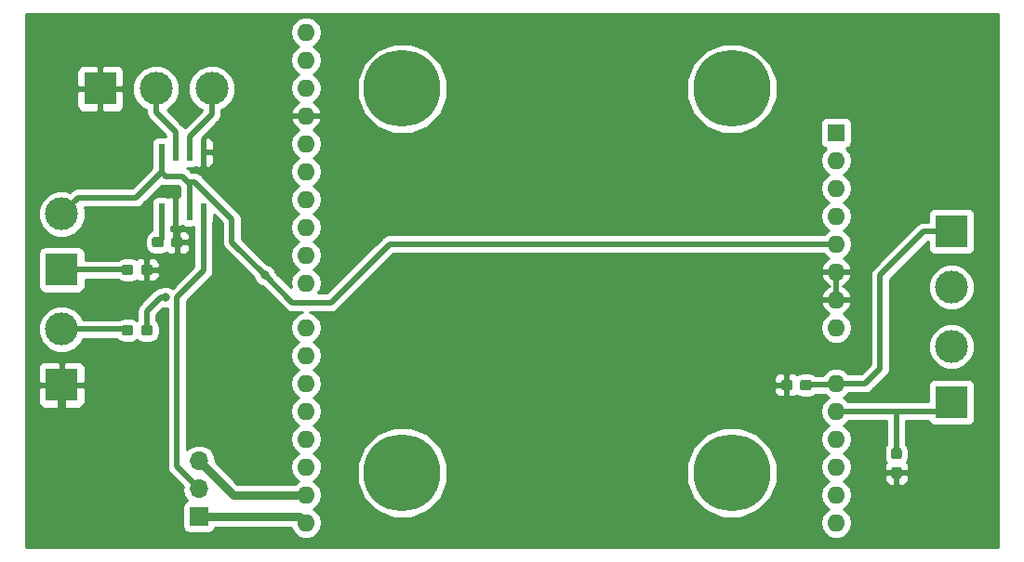
<source format=gbr>
G04 #@! TF.GenerationSoftware,KiCad,Pcbnew,5.0.2-bee76a0~70~ubuntu18.04.1*
G04 #@! TF.CreationDate,2019-06-06T20:44:49+02:00*
G04 #@! TF.ProjectId,dmxBridge,646d7842-7269-4646-9765-2e6b69636164,rev?*
G04 #@! TF.SameCoordinates,Original*
G04 #@! TF.FileFunction,Copper,L1,Top*
G04 #@! TF.FilePolarity,Positive*
%FSLAX46Y46*%
G04 Gerber Fmt 4.6, Leading zero omitted, Abs format (unit mm)*
G04 Created by KiCad (PCBNEW 5.0.2-bee76a0~70~ubuntu18.04.1) date Thu 06 Jun 2019 20:44:49 CEST*
%MOMM*%
%LPD*%
G01*
G04 APERTURE LIST*
G04 #@! TA.AperFunction,ComponentPad*
%ADD10C,0.800000*%
G04 #@! TD*
G04 #@! TA.AperFunction,ComponentPad*
%ADD11C,7.000000*%
G04 #@! TD*
G04 #@! TA.AperFunction,ComponentPad*
%ADD12O,1.600000X1.600000*%
G04 #@! TD*
G04 #@! TA.AperFunction,ComponentPad*
%ADD13R,1.600000X1.600000*%
G04 #@! TD*
G04 #@! TA.AperFunction,ComponentPad*
%ADD14R,3.000000X3.000000*%
G04 #@! TD*
G04 #@! TA.AperFunction,ComponentPad*
%ADD15C,3.000000*%
G04 #@! TD*
G04 #@! TA.AperFunction,ComponentPad*
%ADD16R,1.700000X1.700000*%
G04 #@! TD*
G04 #@! TA.AperFunction,ComponentPad*
%ADD17O,1.700000X1.700000*%
G04 #@! TD*
G04 #@! TA.AperFunction,Conductor*
%ADD18C,0.100000*%
G04 #@! TD*
G04 #@! TA.AperFunction,SMDPad,CuDef*
%ADD19C,0.950000*%
G04 #@! TD*
G04 #@! TA.AperFunction,SMDPad,CuDef*
%ADD20R,0.600000X1.550000*%
G04 #@! TD*
G04 #@! TA.AperFunction,ViaPad*
%ADD21C,0.800000*%
G04 #@! TD*
G04 #@! TA.AperFunction,Conductor*
%ADD22C,0.500000*%
G04 #@! TD*
G04 #@! TA.AperFunction,Conductor*
%ADD23C,0.750000*%
G04 #@! TD*
G04 #@! TA.AperFunction,Conductor*
%ADD24C,0.254000*%
G04 #@! TD*
G04 APERTURE END LIST*
D10*
G04 #@! TO.P,,1*
G04 #@! TO.N,N/C*
X61856155Y-60643845D03*
X60000000Y-59875000D03*
X58143845Y-60643845D03*
X57375000Y-62500000D03*
X58143845Y-64356155D03*
X60000000Y-65125000D03*
X61856155Y-64356155D03*
X62625000Y-62500000D03*
D11*
X60000000Y-62500000D03*
G04 #@! TD*
D12*
G04 #@! TO.P,A1,32*
G04 #@! TO.N,Net-(A1-Pad32)*
X51240000Y-22360000D03*
G04 #@! TO.P,A1,31*
G04 #@! TO.N,Net-(A1-Pad31)*
X51240000Y-24900000D03*
D13*
G04 #@! TO.P,A1,1*
G04 #@! TO.N,Net-(A1-Pad1)*
X99500000Y-31500000D03*
D12*
G04 #@! TO.P,A1,17*
G04 #@! TO.N,Net-(A1-Pad17)*
X51240000Y-61980000D03*
G04 #@! TO.P,A1,2*
G04 #@! TO.N,Net-(A1-Pad2)*
X99500000Y-34040000D03*
G04 #@! TO.P,A1,18*
G04 #@! TO.N,Net-(A1-Pad18)*
X51240000Y-59440000D03*
G04 #@! TO.P,A1,3*
G04 #@! TO.N,Net-(A1-Pad3)*
X99500000Y-36580000D03*
G04 #@! TO.P,A1,19*
G04 #@! TO.N,Net-(A1-Pad19)*
X51240000Y-56900000D03*
G04 #@! TO.P,A1,4*
G04 #@! TO.N,Net-(A1-Pad4)*
X99500000Y-39120000D03*
G04 #@! TO.P,A1,20*
G04 #@! TO.N,D5*
X51240000Y-54360000D03*
G04 #@! TO.P,A1,5*
G04 #@! TO.N,+5V*
X99500000Y-41660000D03*
G04 #@! TO.P,A1,21*
G04 #@! TO.N,Net-(A1-Pad21)*
X51240000Y-51820000D03*
G04 #@! TO.P,A1,6*
G04 #@! TO.N,GND*
X99500000Y-44200000D03*
G04 #@! TO.P,A1,22*
G04 #@! TO.N,Net-(A1-Pad22)*
X51240000Y-49280000D03*
G04 #@! TO.P,A1,7*
G04 #@! TO.N,GND*
X99500000Y-46740000D03*
G04 #@! TO.P,A1,23*
G04 #@! TO.N,Net-(A1-Pad23)*
X51240000Y-45220000D03*
G04 #@! TO.P,A1,8*
G04 #@! TO.N,Net-(A1-Pad8)*
X99500000Y-49280000D03*
G04 #@! TO.P,A1,24*
G04 #@! TO.N,D9*
X51240000Y-42680000D03*
G04 #@! TO.P,A1,9*
G04 #@! TO.N,A0*
X99500000Y-54360000D03*
G04 #@! TO.P,A1,25*
G04 #@! TO.N,Net-(A1-Pad25)*
X51240000Y-40140000D03*
G04 #@! TO.P,A1,10*
G04 #@! TO.N,A1*
X99500000Y-56900000D03*
G04 #@! TO.P,A1,26*
G04 #@! TO.N,Net-(A1-Pad26)*
X51240000Y-37600000D03*
G04 #@! TO.P,A1,11*
G04 #@! TO.N,Net-(A1-Pad11)*
X99500000Y-59440000D03*
G04 #@! TO.P,A1,27*
G04 #@! TO.N,Net-(A1-Pad27)*
X51240000Y-35060000D03*
G04 #@! TO.P,A1,12*
G04 #@! TO.N,Net-(A1-Pad12)*
X99500000Y-61980000D03*
G04 #@! TO.P,A1,28*
G04 #@! TO.N,Net-(A1-Pad28)*
X51240000Y-32520000D03*
G04 #@! TO.P,A1,13*
G04 #@! TO.N,Net-(A1-Pad13)*
X99500000Y-64520000D03*
G04 #@! TO.P,A1,29*
G04 #@! TO.N,GND*
X51240000Y-29980000D03*
G04 #@! TO.P,A1,14*
G04 #@! TO.N,Net-(A1-Pad14)*
X99500000Y-67060000D03*
G04 #@! TO.P,A1,30*
G04 #@! TO.N,Net-(A1-Pad30)*
X51240000Y-27440000D03*
G04 #@! TO.P,A1,15*
G04 #@! TO.N,Net-(A1-Pad15)*
X51240000Y-67060000D03*
G04 #@! TO.P,A1,16*
G04 #@! TO.N,Net-(A1-Pad16)*
X51240000Y-64520000D03*
G04 #@! TD*
D14*
G04 #@! TO.P,J1,1*
G04 #@! TO.N,D9*
X29000000Y-44000000D03*
D15*
G04 #@! TO.P,J1,2*
G04 #@! TO.N,+5V*
X29000000Y-38920000D03*
G04 #@! TD*
G04 #@! TO.P,J2,2*
G04 #@! TO.N,+5V*
X110000000Y-45580000D03*
D14*
G04 #@! TO.P,J2,1*
G04 #@! TO.N,A0*
X110000000Y-40500000D03*
G04 #@! TD*
G04 #@! TO.P,J3,1*
G04 #@! TO.N,A1*
X110000000Y-56080000D03*
D15*
G04 #@! TO.P,J3,2*
G04 #@! TO.N,+5V*
X110000000Y-51000000D03*
G04 #@! TD*
G04 #@! TO.P,J4,2*
G04 #@! TO.N,D5*
X29000000Y-49420000D03*
D14*
G04 #@! TO.P,J4,1*
G04 #@! TO.N,GND*
X29000000Y-54500000D03*
G04 #@! TD*
D16*
G04 #@! TO.P,J5,1*
G04 #@! TO.N,Net-(A1-Pad15)*
X41500000Y-66500000D03*
D17*
G04 #@! TO.P,J5,2*
G04 #@! TO.N,DmxOut*
X41500000Y-63960000D03*
G04 #@! TO.P,J5,3*
G04 #@! TO.N,Net-(A1-Pad16)*
X41500000Y-61420000D03*
G04 #@! TD*
D14*
G04 #@! TO.P,J6,1*
G04 #@! TO.N,GND*
X32500000Y-27500000D03*
D15*
G04 #@! TO.P,J6,2*
G04 #@! TO.N,Net-(J6-Pad2)*
X37580000Y-27500000D03*
G04 #@! TO.P,J6,3*
G04 #@! TO.N,Net-(J6-Pad3)*
X42660000Y-27500000D03*
G04 #@! TD*
D18*
G04 #@! TO.N,D9*
G04 #@! TO.C,R1*
G36*
X35310779Y-43526144D02*
X35333834Y-43529563D01*
X35356443Y-43535227D01*
X35378387Y-43543079D01*
X35399457Y-43553044D01*
X35419448Y-43565026D01*
X35438168Y-43578910D01*
X35455438Y-43594562D01*
X35471090Y-43611832D01*
X35484974Y-43630552D01*
X35496956Y-43650543D01*
X35506921Y-43671613D01*
X35514773Y-43693557D01*
X35520437Y-43716166D01*
X35523856Y-43739221D01*
X35525000Y-43762500D01*
X35525000Y-44237500D01*
X35523856Y-44260779D01*
X35520437Y-44283834D01*
X35514773Y-44306443D01*
X35506921Y-44328387D01*
X35496956Y-44349457D01*
X35484974Y-44369448D01*
X35471090Y-44388168D01*
X35455438Y-44405438D01*
X35438168Y-44421090D01*
X35419448Y-44434974D01*
X35399457Y-44446956D01*
X35378387Y-44456921D01*
X35356443Y-44464773D01*
X35333834Y-44470437D01*
X35310779Y-44473856D01*
X35287500Y-44475000D01*
X34712500Y-44475000D01*
X34689221Y-44473856D01*
X34666166Y-44470437D01*
X34643557Y-44464773D01*
X34621613Y-44456921D01*
X34600543Y-44446956D01*
X34580552Y-44434974D01*
X34561832Y-44421090D01*
X34544562Y-44405438D01*
X34528910Y-44388168D01*
X34515026Y-44369448D01*
X34503044Y-44349457D01*
X34493079Y-44328387D01*
X34485227Y-44306443D01*
X34479563Y-44283834D01*
X34476144Y-44260779D01*
X34475000Y-44237500D01*
X34475000Y-43762500D01*
X34476144Y-43739221D01*
X34479563Y-43716166D01*
X34485227Y-43693557D01*
X34493079Y-43671613D01*
X34503044Y-43650543D01*
X34515026Y-43630552D01*
X34528910Y-43611832D01*
X34544562Y-43594562D01*
X34561832Y-43578910D01*
X34580552Y-43565026D01*
X34600543Y-43553044D01*
X34621613Y-43543079D01*
X34643557Y-43535227D01*
X34666166Y-43529563D01*
X34689221Y-43526144D01*
X34712500Y-43525000D01*
X35287500Y-43525000D01*
X35310779Y-43526144D01*
X35310779Y-43526144D01*
G37*
D19*
G04 #@! TD*
G04 #@! TO.P,R1,2*
G04 #@! TO.N,D9*
X35000000Y-44000000D03*
D18*
G04 #@! TO.N,GND*
G04 #@! TO.C,R1*
G36*
X37060779Y-43526144D02*
X37083834Y-43529563D01*
X37106443Y-43535227D01*
X37128387Y-43543079D01*
X37149457Y-43553044D01*
X37169448Y-43565026D01*
X37188168Y-43578910D01*
X37205438Y-43594562D01*
X37221090Y-43611832D01*
X37234974Y-43630552D01*
X37246956Y-43650543D01*
X37256921Y-43671613D01*
X37264773Y-43693557D01*
X37270437Y-43716166D01*
X37273856Y-43739221D01*
X37275000Y-43762500D01*
X37275000Y-44237500D01*
X37273856Y-44260779D01*
X37270437Y-44283834D01*
X37264773Y-44306443D01*
X37256921Y-44328387D01*
X37246956Y-44349457D01*
X37234974Y-44369448D01*
X37221090Y-44388168D01*
X37205438Y-44405438D01*
X37188168Y-44421090D01*
X37169448Y-44434974D01*
X37149457Y-44446956D01*
X37128387Y-44456921D01*
X37106443Y-44464773D01*
X37083834Y-44470437D01*
X37060779Y-44473856D01*
X37037500Y-44475000D01*
X36462500Y-44475000D01*
X36439221Y-44473856D01*
X36416166Y-44470437D01*
X36393557Y-44464773D01*
X36371613Y-44456921D01*
X36350543Y-44446956D01*
X36330552Y-44434974D01*
X36311832Y-44421090D01*
X36294562Y-44405438D01*
X36278910Y-44388168D01*
X36265026Y-44369448D01*
X36253044Y-44349457D01*
X36243079Y-44328387D01*
X36235227Y-44306443D01*
X36229563Y-44283834D01*
X36226144Y-44260779D01*
X36225000Y-44237500D01*
X36225000Y-43762500D01*
X36226144Y-43739221D01*
X36229563Y-43716166D01*
X36235227Y-43693557D01*
X36243079Y-43671613D01*
X36253044Y-43650543D01*
X36265026Y-43630552D01*
X36278910Y-43611832D01*
X36294562Y-43594562D01*
X36311832Y-43578910D01*
X36330552Y-43565026D01*
X36350543Y-43553044D01*
X36371613Y-43543079D01*
X36393557Y-43535227D01*
X36416166Y-43529563D01*
X36439221Y-43526144D01*
X36462500Y-43525000D01*
X37037500Y-43525000D01*
X37060779Y-43526144D01*
X37060779Y-43526144D01*
G37*
D19*
G04 #@! TD*
G04 #@! TO.P,R1,1*
G04 #@! TO.N,GND*
X36750000Y-44000000D03*
D18*
G04 #@! TO.N,GND*
G04 #@! TO.C,R2*
G36*
X95310779Y-54026144D02*
X95333834Y-54029563D01*
X95356443Y-54035227D01*
X95378387Y-54043079D01*
X95399457Y-54053044D01*
X95419448Y-54065026D01*
X95438168Y-54078910D01*
X95455438Y-54094562D01*
X95471090Y-54111832D01*
X95484974Y-54130552D01*
X95496956Y-54150543D01*
X95506921Y-54171613D01*
X95514773Y-54193557D01*
X95520437Y-54216166D01*
X95523856Y-54239221D01*
X95525000Y-54262500D01*
X95525000Y-54737500D01*
X95523856Y-54760779D01*
X95520437Y-54783834D01*
X95514773Y-54806443D01*
X95506921Y-54828387D01*
X95496956Y-54849457D01*
X95484974Y-54869448D01*
X95471090Y-54888168D01*
X95455438Y-54905438D01*
X95438168Y-54921090D01*
X95419448Y-54934974D01*
X95399457Y-54946956D01*
X95378387Y-54956921D01*
X95356443Y-54964773D01*
X95333834Y-54970437D01*
X95310779Y-54973856D01*
X95287500Y-54975000D01*
X94712500Y-54975000D01*
X94689221Y-54973856D01*
X94666166Y-54970437D01*
X94643557Y-54964773D01*
X94621613Y-54956921D01*
X94600543Y-54946956D01*
X94580552Y-54934974D01*
X94561832Y-54921090D01*
X94544562Y-54905438D01*
X94528910Y-54888168D01*
X94515026Y-54869448D01*
X94503044Y-54849457D01*
X94493079Y-54828387D01*
X94485227Y-54806443D01*
X94479563Y-54783834D01*
X94476144Y-54760779D01*
X94475000Y-54737500D01*
X94475000Y-54262500D01*
X94476144Y-54239221D01*
X94479563Y-54216166D01*
X94485227Y-54193557D01*
X94493079Y-54171613D01*
X94503044Y-54150543D01*
X94515026Y-54130552D01*
X94528910Y-54111832D01*
X94544562Y-54094562D01*
X94561832Y-54078910D01*
X94580552Y-54065026D01*
X94600543Y-54053044D01*
X94621613Y-54043079D01*
X94643557Y-54035227D01*
X94666166Y-54029563D01*
X94689221Y-54026144D01*
X94712500Y-54025000D01*
X95287500Y-54025000D01*
X95310779Y-54026144D01*
X95310779Y-54026144D01*
G37*
D19*
G04 #@! TD*
G04 #@! TO.P,R2,1*
G04 #@! TO.N,GND*
X95000000Y-54500000D03*
D18*
G04 #@! TO.N,A0*
G04 #@! TO.C,R2*
G36*
X97060779Y-54026144D02*
X97083834Y-54029563D01*
X97106443Y-54035227D01*
X97128387Y-54043079D01*
X97149457Y-54053044D01*
X97169448Y-54065026D01*
X97188168Y-54078910D01*
X97205438Y-54094562D01*
X97221090Y-54111832D01*
X97234974Y-54130552D01*
X97246956Y-54150543D01*
X97256921Y-54171613D01*
X97264773Y-54193557D01*
X97270437Y-54216166D01*
X97273856Y-54239221D01*
X97275000Y-54262500D01*
X97275000Y-54737500D01*
X97273856Y-54760779D01*
X97270437Y-54783834D01*
X97264773Y-54806443D01*
X97256921Y-54828387D01*
X97246956Y-54849457D01*
X97234974Y-54869448D01*
X97221090Y-54888168D01*
X97205438Y-54905438D01*
X97188168Y-54921090D01*
X97169448Y-54934974D01*
X97149457Y-54946956D01*
X97128387Y-54956921D01*
X97106443Y-54964773D01*
X97083834Y-54970437D01*
X97060779Y-54973856D01*
X97037500Y-54975000D01*
X96462500Y-54975000D01*
X96439221Y-54973856D01*
X96416166Y-54970437D01*
X96393557Y-54964773D01*
X96371613Y-54956921D01*
X96350543Y-54946956D01*
X96330552Y-54934974D01*
X96311832Y-54921090D01*
X96294562Y-54905438D01*
X96278910Y-54888168D01*
X96265026Y-54869448D01*
X96253044Y-54849457D01*
X96243079Y-54828387D01*
X96235227Y-54806443D01*
X96229563Y-54783834D01*
X96226144Y-54760779D01*
X96225000Y-54737500D01*
X96225000Y-54262500D01*
X96226144Y-54239221D01*
X96229563Y-54216166D01*
X96235227Y-54193557D01*
X96243079Y-54171613D01*
X96253044Y-54150543D01*
X96265026Y-54130552D01*
X96278910Y-54111832D01*
X96294562Y-54094562D01*
X96311832Y-54078910D01*
X96330552Y-54065026D01*
X96350543Y-54053044D01*
X96371613Y-54043079D01*
X96393557Y-54035227D01*
X96416166Y-54029563D01*
X96439221Y-54026144D01*
X96462500Y-54025000D01*
X97037500Y-54025000D01*
X97060779Y-54026144D01*
X97060779Y-54026144D01*
G37*
D19*
G04 #@! TD*
G04 #@! TO.P,R2,2*
G04 #@! TO.N,A0*
X96750000Y-54500000D03*
D18*
G04 #@! TO.N,A1*
G04 #@! TO.C,R3*
G36*
X105260779Y-60226144D02*
X105283834Y-60229563D01*
X105306443Y-60235227D01*
X105328387Y-60243079D01*
X105349457Y-60253044D01*
X105369448Y-60265026D01*
X105388168Y-60278910D01*
X105405438Y-60294562D01*
X105421090Y-60311832D01*
X105434974Y-60330552D01*
X105446956Y-60350543D01*
X105456921Y-60371613D01*
X105464773Y-60393557D01*
X105470437Y-60416166D01*
X105473856Y-60439221D01*
X105475000Y-60462500D01*
X105475000Y-61037500D01*
X105473856Y-61060779D01*
X105470437Y-61083834D01*
X105464773Y-61106443D01*
X105456921Y-61128387D01*
X105446956Y-61149457D01*
X105434974Y-61169448D01*
X105421090Y-61188168D01*
X105405438Y-61205438D01*
X105388168Y-61221090D01*
X105369448Y-61234974D01*
X105349457Y-61246956D01*
X105328387Y-61256921D01*
X105306443Y-61264773D01*
X105283834Y-61270437D01*
X105260779Y-61273856D01*
X105237500Y-61275000D01*
X104762500Y-61275000D01*
X104739221Y-61273856D01*
X104716166Y-61270437D01*
X104693557Y-61264773D01*
X104671613Y-61256921D01*
X104650543Y-61246956D01*
X104630552Y-61234974D01*
X104611832Y-61221090D01*
X104594562Y-61205438D01*
X104578910Y-61188168D01*
X104565026Y-61169448D01*
X104553044Y-61149457D01*
X104543079Y-61128387D01*
X104535227Y-61106443D01*
X104529563Y-61083834D01*
X104526144Y-61060779D01*
X104525000Y-61037500D01*
X104525000Y-60462500D01*
X104526144Y-60439221D01*
X104529563Y-60416166D01*
X104535227Y-60393557D01*
X104543079Y-60371613D01*
X104553044Y-60350543D01*
X104565026Y-60330552D01*
X104578910Y-60311832D01*
X104594562Y-60294562D01*
X104611832Y-60278910D01*
X104630552Y-60265026D01*
X104650543Y-60253044D01*
X104671613Y-60243079D01*
X104693557Y-60235227D01*
X104716166Y-60229563D01*
X104739221Y-60226144D01*
X104762500Y-60225000D01*
X105237500Y-60225000D01*
X105260779Y-60226144D01*
X105260779Y-60226144D01*
G37*
D19*
G04 #@! TD*
G04 #@! TO.P,R3,2*
G04 #@! TO.N,A1*
X105000000Y-60750000D03*
D18*
G04 #@! TO.N,GND*
G04 #@! TO.C,R3*
G36*
X105260779Y-61976144D02*
X105283834Y-61979563D01*
X105306443Y-61985227D01*
X105328387Y-61993079D01*
X105349457Y-62003044D01*
X105369448Y-62015026D01*
X105388168Y-62028910D01*
X105405438Y-62044562D01*
X105421090Y-62061832D01*
X105434974Y-62080552D01*
X105446956Y-62100543D01*
X105456921Y-62121613D01*
X105464773Y-62143557D01*
X105470437Y-62166166D01*
X105473856Y-62189221D01*
X105475000Y-62212500D01*
X105475000Y-62787500D01*
X105473856Y-62810779D01*
X105470437Y-62833834D01*
X105464773Y-62856443D01*
X105456921Y-62878387D01*
X105446956Y-62899457D01*
X105434974Y-62919448D01*
X105421090Y-62938168D01*
X105405438Y-62955438D01*
X105388168Y-62971090D01*
X105369448Y-62984974D01*
X105349457Y-62996956D01*
X105328387Y-63006921D01*
X105306443Y-63014773D01*
X105283834Y-63020437D01*
X105260779Y-63023856D01*
X105237500Y-63025000D01*
X104762500Y-63025000D01*
X104739221Y-63023856D01*
X104716166Y-63020437D01*
X104693557Y-63014773D01*
X104671613Y-63006921D01*
X104650543Y-62996956D01*
X104630552Y-62984974D01*
X104611832Y-62971090D01*
X104594562Y-62955438D01*
X104578910Y-62938168D01*
X104565026Y-62919448D01*
X104553044Y-62899457D01*
X104543079Y-62878387D01*
X104535227Y-62856443D01*
X104529563Y-62833834D01*
X104526144Y-62810779D01*
X104525000Y-62787500D01*
X104525000Y-62212500D01*
X104526144Y-62189221D01*
X104529563Y-62166166D01*
X104535227Y-62143557D01*
X104543079Y-62121613D01*
X104553044Y-62100543D01*
X104565026Y-62080552D01*
X104578910Y-62061832D01*
X104594562Y-62044562D01*
X104611832Y-62028910D01*
X104630552Y-62015026D01*
X104650543Y-62003044D01*
X104671613Y-61993079D01*
X104693557Y-61985227D01*
X104716166Y-61979563D01*
X104739221Y-61976144D01*
X104762500Y-61975000D01*
X105237500Y-61975000D01*
X105260779Y-61976144D01*
X105260779Y-61976144D01*
G37*
D19*
G04 #@! TD*
G04 #@! TO.P,R3,1*
G04 #@! TO.N,GND*
X105000000Y-62500000D03*
D18*
G04 #@! TO.N,+5V*
G04 #@! TO.C,R4*
G36*
X37060779Y-49026144D02*
X37083834Y-49029563D01*
X37106443Y-49035227D01*
X37128387Y-49043079D01*
X37149457Y-49053044D01*
X37169448Y-49065026D01*
X37188168Y-49078910D01*
X37205438Y-49094562D01*
X37221090Y-49111832D01*
X37234974Y-49130552D01*
X37246956Y-49150543D01*
X37256921Y-49171613D01*
X37264773Y-49193557D01*
X37270437Y-49216166D01*
X37273856Y-49239221D01*
X37275000Y-49262500D01*
X37275000Y-49737500D01*
X37273856Y-49760779D01*
X37270437Y-49783834D01*
X37264773Y-49806443D01*
X37256921Y-49828387D01*
X37246956Y-49849457D01*
X37234974Y-49869448D01*
X37221090Y-49888168D01*
X37205438Y-49905438D01*
X37188168Y-49921090D01*
X37169448Y-49934974D01*
X37149457Y-49946956D01*
X37128387Y-49956921D01*
X37106443Y-49964773D01*
X37083834Y-49970437D01*
X37060779Y-49973856D01*
X37037500Y-49975000D01*
X36462500Y-49975000D01*
X36439221Y-49973856D01*
X36416166Y-49970437D01*
X36393557Y-49964773D01*
X36371613Y-49956921D01*
X36350543Y-49946956D01*
X36330552Y-49934974D01*
X36311832Y-49921090D01*
X36294562Y-49905438D01*
X36278910Y-49888168D01*
X36265026Y-49869448D01*
X36253044Y-49849457D01*
X36243079Y-49828387D01*
X36235227Y-49806443D01*
X36229563Y-49783834D01*
X36226144Y-49760779D01*
X36225000Y-49737500D01*
X36225000Y-49262500D01*
X36226144Y-49239221D01*
X36229563Y-49216166D01*
X36235227Y-49193557D01*
X36243079Y-49171613D01*
X36253044Y-49150543D01*
X36265026Y-49130552D01*
X36278910Y-49111832D01*
X36294562Y-49094562D01*
X36311832Y-49078910D01*
X36330552Y-49065026D01*
X36350543Y-49053044D01*
X36371613Y-49043079D01*
X36393557Y-49035227D01*
X36416166Y-49029563D01*
X36439221Y-49026144D01*
X36462500Y-49025000D01*
X37037500Y-49025000D01*
X37060779Y-49026144D01*
X37060779Y-49026144D01*
G37*
D19*
G04 #@! TD*
G04 #@! TO.P,R4,1*
G04 #@! TO.N,+5V*
X36750000Y-49500000D03*
D18*
G04 #@! TO.N,D5*
G04 #@! TO.C,R4*
G36*
X35310779Y-49026144D02*
X35333834Y-49029563D01*
X35356443Y-49035227D01*
X35378387Y-49043079D01*
X35399457Y-49053044D01*
X35419448Y-49065026D01*
X35438168Y-49078910D01*
X35455438Y-49094562D01*
X35471090Y-49111832D01*
X35484974Y-49130552D01*
X35496956Y-49150543D01*
X35506921Y-49171613D01*
X35514773Y-49193557D01*
X35520437Y-49216166D01*
X35523856Y-49239221D01*
X35525000Y-49262500D01*
X35525000Y-49737500D01*
X35523856Y-49760779D01*
X35520437Y-49783834D01*
X35514773Y-49806443D01*
X35506921Y-49828387D01*
X35496956Y-49849457D01*
X35484974Y-49869448D01*
X35471090Y-49888168D01*
X35455438Y-49905438D01*
X35438168Y-49921090D01*
X35419448Y-49934974D01*
X35399457Y-49946956D01*
X35378387Y-49956921D01*
X35356443Y-49964773D01*
X35333834Y-49970437D01*
X35310779Y-49973856D01*
X35287500Y-49975000D01*
X34712500Y-49975000D01*
X34689221Y-49973856D01*
X34666166Y-49970437D01*
X34643557Y-49964773D01*
X34621613Y-49956921D01*
X34600543Y-49946956D01*
X34580552Y-49934974D01*
X34561832Y-49921090D01*
X34544562Y-49905438D01*
X34528910Y-49888168D01*
X34515026Y-49869448D01*
X34503044Y-49849457D01*
X34493079Y-49828387D01*
X34485227Y-49806443D01*
X34479563Y-49783834D01*
X34476144Y-49760779D01*
X34475000Y-49737500D01*
X34475000Y-49262500D01*
X34476144Y-49239221D01*
X34479563Y-49216166D01*
X34485227Y-49193557D01*
X34493079Y-49171613D01*
X34503044Y-49150543D01*
X34515026Y-49130552D01*
X34528910Y-49111832D01*
X34544562Y-49094562D01*
X34561832Y-49078910D01*
X34580552Y-49065026D01*
X34600543Y-49053044D01*
X34621613Y-49043079D01*
X34643557Y-49035227D01*
X34666166Y-49029563D01*
X34689221Y-49026144D01*
X34712500Y-49025000D01*
X35287500Y-49025000D01*
X35310779Y-49026144D01*
X35310779Y-49026144D01*
G37*
D19*
G04 #@! TD*
G04 #@! TO.P,R4,2*
G04 #@! TO.N,D5*
X35000000Y-49500000D03*
D18*
G04 #@! TO.N,Net-(R5-Pad1)*
G04 #@! TO.C,R5*
G36*
X38060779Y-41026144D02*
X38083834Y-41029563D01*
X38106443Y-41035227D01*
X38128387Y-41043079D01*
X38149457Y-41053044D01*
X38169448Y-41065026D01*
X38188168Y-41078910D01*
X38205438Y-41094562D01*
X38221090Y-41111832D01*
X38234974Y-41130552D01*
X38246956Y-41150543D01*
X38256921Y-41171613D01*
X38264773Y-41193557D01*
X38270437Y-41216166D01*
X38273856Y-41239221D01*
X38275000Y-41262500D01*
X38275000Y-41737500D01*
X38273856Y-41760779D01*
X38270437Y-41783834D01*
X38264773Y-41806443D01*
X38256921Y-41828387D01*
X38246956Y-41849457D01*
X38234974Y-41869448D01*
X38221090Y-41888168D01*
X38205438Y-41905438D01*
X38188168Y-41921090D01*
X38169448Y-41934974D01*
X38149457Y-41946956D01*
X38128387Y-41956921D01*
X38106443Y-41964773D01*
X38083834Y-41970437D01*
X38060779Y-41973856D01*
X38037500Y-41975000D01*
X37462500Y-41975000D01*
X37439221Y-41973856D01*
X37416166Y-41970437D01*
X37393557Y-41964773D01*
X37371613Y-41956921D01*
X37350543Y-41946956D01*
X37330552Y-41934974D01*
X37311832Y-41921090D01*
X37294562Y-41905438D01*
X37278910Y-41888168D01*
X37265026Y-41869448D01*
X37253044Y-41849457D01*
X37243079Y-41828387D01*
X37235227Y-41806443D01*
X37229563Y-41783834D01*
X37226144Y-41760779D01*
X37225000Y-41737500D01*
X37225000Y-41262500D01*
X37226144Y-41239221D01*
X37229563Y-41216166D01*
X37235227Y-41193557D01*
X37243079Y-41171613D01*
X37253044Y-41150543D01*
X37265026Y-41130552D01*
X37278910Y-41111832D01*
X37294562Y-41094562D01*
X37311832Y-41078910D01*
X37330552Y-41065026D01*
X37350543Y-41053044D01*
X37371613Y-41043079D01*
X37393557Y-41035227D01*
X37416166Y-41029563D01*
X37439221Y-41026144D01*
X37462500Y-41025000D01*
X38037500Y-41025000D01*
X38060779Y-41026144D01*
X38060779Y-41026144D01*
G37*
D19*
G04 #@! TD*
G04 #@! TO.P,R5,1*
G04 #@! TO.N,Net-(R5-Pad1)*
X37750000Y-41500000D03*
D18*
G04 #@! TO.N,GND*
G04 #@! TO.C,R5*
G36*
X39810779Y-41026144D02*
X39833834Y-41029563D01*
X39856443Y-41035227D01*
X39878387Y-41043079D01*
X39899457Y-41053044D01*
X39919448Y-41065026D01*
X39938168Y-41078910D01*
X39955438Y-41094562D01*
X39971090Y-41111832D01*
X39984974Y-41130552D01*
X39996956Y-41150543D01*
X40006921Y-41171613D01*
X40014773Y-41193557D01*
X40020437Y-41216166D01*
X40023856Y-41239221D01*
X40025000Y-41262500D01*
X40025000Y-41737500D01*
X40023856Y-41760779D01*
X40020437Y-41783834D01*
X40014773Y-41806443D01*
X40006921Y-41828387D01*
X39996956Y-41849457D01*
X39984974Y-41869448D01*
X39971090Y-41888168D01*
X39955438Y-41905438D01*
X39938168Y-41921090D01*
X39919448Y-41934974D01*
X39899457Y-41946956D01*
X39878387Y-41956921D01*
X39856443Y-41964773D01*
X39833834Y-41970437D01*
X39810779Y-41973856D01*
X39787500Y-41975000D01*
X39212500Y-41975000D01*
X39189221Y-41973856D01*
X39166166Y-41970437D01*
X39143557Y-41964773D01*
X39121613Y-41956921D01*
X39100543Y-41946956D01*
X39080552Y-41934974D01*
X39061832Y-41921090D01*
X39044562Y-41905438D01*
X39028910Y-41888168D01*
X39015026Y-41869448D01*
X39003044Y-41849457D01*
X38993079Y-41828387D01*
X38985227Y-41806443D01*
X38979563Y-41783834D01*
X38976144Y-41760779D01*
X38975000Y-41737500D01*
X38975000Y-41262500D01*
X38976144Y-41239221D01*
X38979563Y-41216166D01*
X38985227Y-41193557D01*
X38993079Y-41171613D01*
X39003044Y-41150543D01*
X39015026Y-41130552D01*
X39028910Y-41111832D01*
X39044562Y-41094562D01*
X39061832Y-41078910D01*
X39080552Y-41065026D01*
X39100543Y-41053044D01*
X39121613Y-41043079D01*
X39143557Y-41035227D01*
X39166166Y-41029563D01*
X39189221Y-41026144D01*
X39212500Y-41025000D01*
X39787500Y-41025000D01*
X39810779Y-41026144D01*
X39810779Y-41026144D01*
G37*
D19*
G04 #@! TD*
G04 #@! TO.P,R5,2*
G04 #@! TO.N,GND*
X39500000Y-41500000D03*
D20*
G04 #@! TO.P,U1,1*
G04 #@! TO.N,Net-(R5-Pad1)*
X38095000Y-38700000D03*
G04 #@! TO.P,U1,2*
G04 #@! TO.N,GND*
X39365000Y-38700000D03*
G04 #@! TO.P,U1,3*
G04 #@! TO.N,+5V*
X40635000Y-38700000D03*
G04 #@! TO.P,U1,4*
G04 #@! TO.N,DmxOut*
X41905000Y-38700000D03*
G04 #@! TO.P,U1,5*
G04 #@! TO.N,GND*
X41905000Y-33300000D03*
G04 #@! TO.P,U1,6*
G04 #@! TO.N,Net-(J6-Pad3)*
X40635000Y-33300000D03*
G04 #@! TO.P,U1,7*
G04 #@! TO.N,Net-(J6-Pad2)*
X39365000Y-33300000D03*
G04 #@! TO.P,U1,8*
G04 #@! TO.N,+5V*
X38095000Y-33300000D03*
G04 #@! TD*
D10*
G04 #@! TO.P,,1*
G04 #@! TO.N,N/C*
X61856155Y-25643845D03*
X60000000Y-24875000D03*
X58143845Y-25643845D03*
X57375000Y-27500000D03*
X58143845Y-29356155D03*
X60000000Y-30125000D03*
X61856155Y-29356155D03*
X62625000Y-27500000D03*
D11*
X60000000Y-27500000D03*
G04 #@! TD*
D10*
G04 #@! TO.P,,1*
G04 #@! TO.N,N/C*
X91856155Y-25643845D03*
X90000000Y-24875000D03*
X88143845Y-25643845D03*
X87375000Y-27500000D03*
X88143845Y-29356155D03*
X90000000Y-30125000D03*
X91856155Y-29356155D03*
X92625000Y-27500000D03*
D11*
X90000000Y-27500000D03*
G04 #@! TD*
D10*
G04 #@! TO.P,,1*
G04 #@! TO.N,N/C*
X91856155Y-60643845D03*
X90000000Y-59875000D03*
X88143845Y-60643845D03*
X87375000Y-62500000D03*
X88143845Y-64356155D03*
X90000000Y-65125000D03*
X91856155Y-64356155D03*
X92625000Y-62500000D03*
D11*
X90000000Y-62500000D03*
G04 #@! TD*
D21*
G04 #@! TO.N,+5V*
X38500000Y-46500000D03*
X47500000Y-44500000D03*
G04 #@! TO.N,GND*
X35000000Y-60000000D03*
X44000000Y-57500000D03*
G04 #@! TD*
D22*
G04 #@! TO.N,D5*
X34920000Y-49420000D02*
X35000000Y-49500000D01*
X29000000Y-49420000D02*
X34920000Y-49420000D01*
G04 #@! TO.N,+5V*
X38095000Y-33300000D02*
X38095000Y-35095000D01*
X38095000Y-35095000D02*
X38500000Y-35500000D01*
X38500000Y-35500000D02*
X40000000Y-35500000D01*
X40635000Y-36135000D02*
X40635000Y-38700000D01*
X35769999Y-37420001D02*
X38095000Y-35095000D01*
X30499999Y-37420001D02*
X35769999Y-37420001D01*
X29000000Y-38920000D02*
X30499999Y-37420001D01*
X99500000Y-41660000D02*
X58840000Y-41660000D01*
X58840000Y-41660000D02*
X53500000Y-47000000D01*
X53500000Y-47000000D02*
X50000000Y-47000000D01*
X41090002Y-36000000D02*
X40500000Y-36000000D01*
X44500000Y-39409998D02*
X41090002Y-36000000D01*
X44500000Y-41500000D02*
X44500000Y-39409998D01*
X40000000Y-35500000D02*
X40500000Y-36000000D01*
X40500000Y-36000000D02*
X40635000Y-36135000D01*
X36750000Y-49500000D02*
X36750000Y-47750000D01*
X36750000Y-47750000D02*
X38000000Y-46500000D01*
X38000000Y-46500000D02*
X38500000Y-46500000D01*
X50000000Y-47000000D02*
X47500000Y-44500000D01*
X47500000Y-44500000D02*
X44500000Y-41500000D01*
G04 #@! TO.N,GND*
X39365000Y-41365000D02*
X39500000Y-41500000D01*
X39365000Y-38700000D02*
X39365000Y-41365000D01*
D23*
X32250000Y-60000000D02*
X35000000Y-60000000D01*
X29000000Y-54500000D02*
X29000000Y-56750000D01*
X29000000Y-56750000D02*
X32250000Y-60000000D01*
X44000000Y-57500000D02*
X44000000Y-51500000D01*
D22*
G04 #@! TO.N,D9*
X29000000Y-44000000D02*
X35000000Y-44000000D01*
G04 #@! TO.N,A0*
X107500000Y-40500000D02*
X110000000Y-40500000D01*
X103500000Y-44500000D02*
X107500000Y-40500000D01*
X103500000Y-53000000D02*
X103500000Y-44500000D01*
X99500000Y-54360000D02*
X102140000Y-54360000D01*
X102140000Y-54360000D02*
X103500000Y-53000000D01*
X99360000Y-54500000D02*
X99500000Y-54360000D01*
X96750000Y-54500000D02*
X99360000Y-54500000D01*
G04 #@! TO.N,A1*
X109180000Y-56900000D02*
X110000000Y-56080000D01*
X105000000Y-56900000D02*
X105000000Y-60750000D01*
X105000000Y-56900000D02*
X109180000Y-56900000D01*
X99500000Y-56900000D02*
X105000000Y-56900000D01*
D23*
G04 #@! TO.N,Net-(A1-Pad15)*
X50680000Y-66500000D02*
X51240000Y-67060000D01*
X41500000Y-66500000D02*
X50680000Y-66500000D01*
G04 #@! TO.N,Net-(A1-Pad16)*
X44600000Y-64520000D02*
X51240000Y-64520000D01*
X41500000Y-61420000D02*
X44600000Y-64520000D01*
D22*
G04 #@! TO.N,DmxOut*
X41500000Y-63960000D02*
X39500000Y-61960000D01*
X39500000Y-61960000D02*
X39500000Y-46500000D01*
X41905000Y-44095000D02*
X41905000Y-38700000D01*
X39500000Y-46500000D02*
X41905000Y-44095000D01*
G04 #@! TO.N,Net-(J6-Pad2)*
X39365000Y-31406320D02*
X39365000Y-32025000D01*
X39365000Y-32025000D02*
X39365000Y-33300000D01*
X37580000Y-29621320D02*
X39365000Y-31406320D01*
X37580000Y-27500000D02*
X37580000Y-29621320D01*
G04 #@! TO.N,Net-(J6-Pad3)*
X42660000Y-29840000D02*
X42660000Y-27500000D01*
X40635000Y-33300000D02*
X40635000Y-31865000D01*
X40635000Y-31865000D02*
X42660000Y-29840000D01*
G04 #@! TO.N,Net-(R5-Pad1)*
X38095000Y-41155000D02*
X37750000Y-41500000D01*
X38095000Y-38700000D02*
X38095000Y-41155000D01*
G04 #@! TD*
D24*
G04 #@! TO.N,GND*
G36*
X114265001Y-69290000D02*
X25735000Y-69290000D01*
X25735000Y-54785750D01*
X26865000Y-54785750D01*
X26865000Y-56126309D01*
X26961673Y-56359698D01*
X27140301Y-56538327D01*
X27373690Y-56635000D01*
X28714250Y-56635000D01*
X28873000Y-56476250D01*
X28873000Y-54627000D01*
X29127000Y-54627000D01*
X29127000Y-56476250D01*
X29285750Y-56635000D01*
X30626310Y-56635000D01*
X30859699Y-56538327D01*
X31038327Y-56359698D01*
X31135000Y-56126309D01*
X31135000Y-54785750D01*
X30976250Y-54627000D01*
X29127000Y-54627000D01*
X28873000Y-54627000D01*
X27023750Y-54627000D01*
X26865000Y-54785750D01*
X25735000Y-54785750D01*
X25735000Y-52873691D01*
X26865000Y-52873691D01*
X26865000Y-54214250D01*
X27023750Y-54373000D01*
X28873000Y-54373000D01*
X28873000Y-52523750D01*
X29127000Y-52523750D01*
X29127000Y-54373000D01*
X30976250Y-54373000D01*
X31135000Y-54214250D01*
X31135000Y-52873691D01*
X31038327Y-52640302D01*
X30859699Y-52461673D01*
X30626310Y-52365000D01*
X29285750Y-52365000D01*
X29127000Y-52523750D01*
X28873000Y-52523750D01*
X28714250Y-52365000D01*
X27373690Y-52365000D01*
X27140301Y-52461673D01*
X26961673Y-52640302D01*
X26865000Y-52873691D01*
X25735000Y-52873691D01*
X25735000Y-42500000D01*
X26852560Y-42500000D01*
X26852560Y-45500000D01*
X26901843Y-45747765D01*
X27042191Y-45957809D01*
X27252235Y-46098157D01*
X27500000Y-46147440D01*
X30500000Y-46147440D01*
X30747765Y-46098157D01*
X30957809Y-45957809D01*
X31098157Y-45747765D01*
X31147440Y-45500000D01*
X31147440Y-44885000D01*
X34119309Y-44885000D01*
X34373848Y-45055078D01*
X34712500Y-45122440D01*
X35287500Y-45122440D01*
X35626152Y-45055078D01*
X35794540Y-44942565D01*
X35865302Y-45013327D01*
X36098691Y-45110000D01*
X36464250Y-45110000D01*
X36623000Y-44951250D01*
X36623000Y-44127000D01*
X36877000Y-44127000D01*
X36877000Y-44951250D01*
X37035750Y-45110000D01*
X37401309Y-45110000D01*
X37634698Y-45013327D01*
X37813327Y-44834699D01*
X37910000Y-44601310D01*
X37910000Y-44285750D01*
X37751250Y-44127000D01*
X36877000Y-44127000D01*
X36623000Y-44127000D01*
X36603000Y-44127000D01*
X36603000Y-43873000D01*
X36623000Y-43873000D01*
X36623000Y-43048750D01*
X36877000Y-43048750D01*
X36877000Y-43873000D01*
X37751250Y-43873000D01*
X37910000Y-43714250D01*
X37910000Y-43398690D01*
X37813327Y-43165301D01*
X37634698Y-42986673D01*
X37401309Y-42890000D01*
X37035750Y-42890000D01*
X36877000Y-43048750D01*
X36623000Y-43048750D01*
X36464250Y-42890000D01*
X36098691Y-42890000D01*
X35865302Y-42986673D01*
X35794540Y-43057435D01*
X35626152Y-42944922D01*
X35287500Y-42877560D01*
X34712500Y-42877560D01*
X34373848Y-42944922D01*
X34119309Y-43115000D01*
X31147440Y-43115000D01*
X31147440Y-42500000D01*
X31098157Y-42252235D01*
X30957809Y-42042191D01*
X30747765Y-41901843D01*
X30500000Y-41852560D01*
X27500000Y-41852560D01*
X27252235Y-41901843D01*
X27042191Y-42042191D01*
X26901843Y-42252235D01*
X26852560Y-42500000D01*
X25735000Y-42500000D01*
X25735000Y-41262500D01*
X36577560Y-41262500D01*
X36577560Y-41737500D01*
X36644922Y-42076152D01*
X36836753Y-42363247D01*
X37123848Y-42555078D01*
X37462500Y-42622440D01*
X38037500Y-42622440D01*
X38376152Y-42555078D01*
X38544540Y-42442565D01*
X38615302Y-42513327D01*
X38848691Y-42610000D01*
X39214250Y-42610000D01*
X39373000Y-42451250D01*
X39373000Y-41627000D01*
X39627000Y-41627000D01*
X39627000Y-42451250D01*
X39785750Y-42610000D01*
X40151309Y-42610000D01*
X40384698Y-42513327D01*
X40563327Y-42334699D01*
X40660000Y-42101310D01*
X40660000Y-41785750D01*
X40501250Y-41627000D01*
X39627000Y-41627000D01*
X39373000Y-41627000D01*
X39353000Y-41627000D01*
X39353000Y-41373000D01*
X39373000Y-41373000D01*
X39373000Y-40548750D01*
X39627000Y-40548750D01*
X39627000Y-41373000D01*
X40501250Y-41373000D01*
X40660000Y-41214250D01*
X40660000Y-40898690D01*
X40563327Y-40665301D01*
X40384698Y-40486673D01*
X40151309Y-40390000D01*
X39785750Y-40390000D01*
X39627000Y-40548750D01*
X39373000Y-40548750D01*
X39214250Y-40390000D01*
X38980000Y-40390000D01*
X38980000Y-40110000D01*
X39079250Y-40110000D01*
X39238000Y-39951250D01*
X39238000Y-38827000D01*
X39218000Y-38827000D01*
X39218000Y-38573000D01*
X39238000Y-38573000D01*
X39238000Y-37448750D01*
X39079250Y-37290000D01*
X38938690Y-37290000D01*
X38721972Y-37379768D01*
X38642765Y-37326843D01*
X38395000Y-37277560D01*
X37795000Y-37277560D01*
X37547235Y-37326843D01*
X37337191Y-37467191D01*
X37196843Y-37677235D01*
X37147560Y-37925000D01*
X37147560Y-39475000D01*
X37196843Y-39722765D01*
X37210000Y-39742456D01*
X37210001Y-40427785D01*
X37123848Y-40444922D01*
X36836753Y-40636753D01*
X36644922Y-40923848D01*
X36577560Y-41262500D01*
X25735000Y-41262500D01*
X25735000Y-38495322D01*
X26865000Y-38495322D01*
X26865000Y-39344678D01*
X27190034Y-40129380D01*
X27790620Y-40729966D01*
X28575322Y-41055000D01*
X29424678Y-41055000D01*
X30209380Y-40729966D01*
X30809966Y-40129380D01*
X31135000Y-39344678D01*
X31135000Y-38495322D01*
X31056167Y-38305001D01*
X35682838Y-38305001D01*
X35769999Y-38322338D01*
X35857160Y-38305001D01*
X35857164Y-38305001D01*
X36115309Y-38253653D01*
X36408048Y-38058050D01*
X36457424Y-37984154D01*
X38126658Y-36314921D01*
X38154690Y-36333652D01*
X38412835Y-36385000D01*
X38412839Y-36385000D01*
X38499999Y-36402337D01*
X38587159Y-36385000D01*
X39633422Y-36385000D01*
X39750000Y-36501578D01*
X39750000Y-37290000D01*
X39650750Y-37290000D01*
X39492000Y-37448750D01*
X39492000Y-38573000D01*
X39512000Y-38573000D01*
X39512000Y-38827000D01*
X39492000Y-38827000D01*
X39492000Y-39951250D01*
X39650750Y-40110000D01*
X39791310Y-40110000D01*
X40008028Y-40020232D01*
X40087235Y-40073157D01*
X40335000Y-40122440D01*
X40935000Y-40122440D01*
X41020001Y-40105532D01*
X41020000Y-43728421D01*
X39106066Y-45642355D01*
X39086280Y-45622569D01*
X38705874Y-45465000D01*
X38294126Y-45465000D01*
X37949689Y-45607670D01*
X37912839Y-45615000D01*
X37912835Y-45615000D01*
X37654690Y-45666348D01*
X37435845Y-45812576D01*
X37435844Y-45812577D01*
X37361951Y-45861951D01*
X37312577Y-45935844D01*
X36185845Y-47062577D01*
X36111952Y-47111951D01*
X36062578Y-47185844D01*
X36062576Y-47185846D01*
X35916348Y-47404691D01*
X35847663Y-47750000D01*
X35865001Y-47837165D01*
X35865001Y-48604516D01*
X35626152Y-48444922D01*
X35287500Y-48377560D01*
X34712500Y-48377560D01*
X34373848Y-48444922D01*
X34239037Y-48535000D01*
X30944329Y-48535000D01*
X30809966Y-48210620D01*
X30209380Y-47610034D01*
X29424678Y-47285000D01*
X28575322Y-47285000D01*
X27790620Y-47610034D01*
X27190034Y-48210620D01*
X26865000Y-48995322D01*
X26865000Y-49844678D01*
X27190034Y-50629380D01*
X27790620Y-51229966D01*
X28575322Y-51555000D01*
X29424678Y-51555000D01*
X30209380Y-51229966D01*
X30809966Y-50629380D01*
X30944329Y-50305000D01*
X34047834Y-50305000D01*
X34086753Y-50363247D01*
X34373848Y-50555078D01*
X34712500Y-50622440D01*
X35287500Y-50622440D01*
X35626152Y-50555078D01*
X35875000Y-50388803D01*
X36123848Y-50555078D01*
X36462500Y-50622440D01*
X37037500Y-50622440D01*
X37376152Y-50555078D01*
X37663247Y-50363247D01*
X37855078Y-50076152D01*
X37922440Y-49737500D01*
X37922440Y-49262500D01*
X37855078Y-48923848D01*
X37663247Y-48636753D01*
X37635000Y-48617879D01*
X37635000Y-48116578D01*
X38239292Y-47512287D01*
X38294126Y-47535000D01*
X38615001Y-47535000D01*
X38615000Y-61872839D01*
X38597663Y-61960000D01*
X38615000Y-62047161D01*
X38615000Y-62047164D01*
X38666348Y-62305309D01*
X38861951Y-62598049D01*
X38935847Y-62647425D01*
X40029462Y-63741040D01*
X39985908Y-63960000D01*
X40101161Y-64539418D01*
X40429375Y-65030625D01*
X40447619Y-65042816D01*
X40402235Y-65051843D01*
X40192191Y-65192191D01*
X40051843Y-65402235D01*
X40002560Y-65650000D01*
X40002560Y-67350000D01*
X40051843Y-67597765D01*
X40192191Y-67807809D01*
X40402235Y-67948157D01*
X40650000Y-67997440D01*
X42350000Y-67997440D01*
X42597765Y-67948157D01*
X42807809Y-67807809D01*
X42948157Y-67597765D01*
X42965614Y-67510000D01*
X49866398Y-67510000D01*
X49888260Y-67619909D01*
X50205423Y-68094577D01*
X50680091Y-68411740D01*
X51098667Y-68495000D01*
X51381333Y-68495000D01*
X51799909Y-68411740D01*
X52274577Y-68094577D01*
X52591740Y-67619909D01*
X52703113Y-67060000D01*
X52591740Y-66500091D01*
X52274577Y-66025423D01*
X51922242Y-65790000D01*
X52274577Y-65554577D01*
X52591740Y-65079909D01*
X52703113Y-64520000D01*
X52591740Y-63960091D01*
X52274577Y-63485423D01*
X51922242Y-63250000D01*
X52274577Y-63014577D01*
X52591740Y-62539909D01*
X52703113Y-61980000D01*
X52642942Y-61677497D01*
X55865000Y-61677497D01*
X55865000Y-63322503D01*
X56494517Y-64842289D01*
X57657711Y-66005483D01*
X59177497Y-66635000D01*
X60822503Y-66635000D01*
X62342289Y-66005483D01*
X63505483Y-64842289D01*
X64135000Y-63322503D01*
X64135000Y-61677497D01*
X85865000Y-61677497D01*
X85865000Y-63322503D01*
X86494517Y-64842289D01*
X87657711Y-66005483D01*
X89177497Y-66635000D01*
X90822503Y-66635000D01*
X92342289Y-66005483D01*
X93505483Y-64842289D01*
X94135000Y-63322503D01*
X94135000Y-61677497D01*
X93505483Y-60157711D01*
X92342289Y-58994517D01*
X90822503Y-58365000D01*
X89177497Y-58365000D01*
X87657711Y-58994517D01*
X86494517Y-60157711D01*
X85865000Y-61677497D01*
X64135000Y-61677497D01*
X63505483Y-60157711D01*
X62342289Y-58994517D01*
X60822503Y-58365000D01*
X59177497Y-58365000D01*
X57657711Y-58994517D01*
X56494517Y-60157711D01*
X55865000Y-61677497D01*
X52642942Y-61677497D01*
X52591740Y-61420091D01*
X52274577Y-60945423D01*
X51922242Y-60710000D01*
X52274577Y-60474577D01*
X52591740Y-59999909D01*
X52703113Y-59440000D01*
X52591740Y-58880091D01*
X52274577Y-58405423D01*
X51922242Y-58170000D01*
X52274577Y-57934577D01*
X52591740Y-57459909D01*
X52703113Y-56900000D01*
X52591740Y-56340091D01*
X52274577Y-55865423D01*
X51922242Y-55630000D01*
X52274577Y-55394577D01*
X52591740Y-54919909D01*
X52618425Y-54785750D01*
X93840000Y-54785750D01*
X93840000Y-55101310D01*
X93936673Y-55334699D01*
X94115302Y-55513327D01*
X94348691Y-55610000D01*
X94714250Y-55610000D01*
X94873000Y-55451250D01*
X94873000Y-54627000D01*
X93998750Y-54627000D01*
X93840000Y-54785750D01*
X52618425Y-54785750D01*
X52703113Y-54360000D01*
X52611353Y-53898690D01*
X93840000Y-53898690D01*
X93840000Y-54214250D01*
X93998750Y-54373000D01*
X94873000Y-54373000D01*
X94873000Y-53548750D01*
X95127000Y-53548750D01*
X95127000Y-54373000D01*
X95147000Y-54373000D01*
X95147000Y-54627000D01*
X95127000Y-54627000D01*
X95127000Y-55451250D01*
X95285750Y-55610000D01*
X95651309Y-55610000D01*
X95884698Y-55513327D01*
X95955460Y-55442565D01*
X96123848Y-55555078D01*
X96462500Y-55622440D01*
X97037500Y-55622440D01*
X97376152Y-55555078D01*
X97630691Y-55385000D01*
X98459024Y-55385000D01*
X98465423Y-55394577D01*
X98817758Y-55630000D01*
X98465423Y-55865423D01*
X98148260Y-56340091D01*
X98036887Y-56900000D01*
X98148260Y-57459909D01*
X98465423Y-57934577D01*
X98817758Y-58170000D01*
X98465423Y-58405423D01*
X98148260Y-58880091D01*
X98036887Y-59440000D01*
X98148260Y-59999909D01*
X98465423Y-60474577D01*
X98817758Y-60710000D01*
X98465423Y-60945423D01*
X98148260Y-61420091D01*
X98036887Y-61980000D01*
X98148260Y-62539909D01*
X98465423Y-63014577D01*
X98817758Y-63250000D01*
X98465423Y-63485423D01*
X98148260Y-63960091D01*
X98036887Y-64520000D01*
X98148260Y-65079909D01*
X98465423Y-65554577D01*
X98817758Y-65790000D01*
X98465423Y-66025423D01*
X98148260Y-66500091D01*
X98036887Y-67060000D01*
X98148260Y-67619909D01*
X98465423Y-68094577D01*
X98940091Y-68411740D01*
X99358667Y-68495000D01*
X99641333Y-68495000D01*
X100059909Y-68411740D01*
X100534577Y-68094577D01*
X100851740Y-67619909D01*
X100963113Y-67060000D01*
X100851740Y-66500091D01*
X100534577Y-66025423D01*
X100182242Y-65790000D01*
X100534577Y-65554577D01*
X100851740Y-65079909D01*
X100963113Y-64520000D01*
X100851740Y-63960091D01*
X100534577Y-63485423D01*
X100182242Y-63250000D01*
X100534577Y-63014577D01*
X100687474Y-62785750D01*
X103890000Y-62785750D01*
X103890000Y-63151309D01*
X103986673Y-63384698D01*
X104165301Y-63563327D01*
X104398690Y-63660000D01*
X104714250Y-63660000D01*
X104873000Y-63501250D01*
X104873000Y-62627000D01*
X105127000Y-62627000D01*
X105127000Y-63501250D01*
X105285750Y-63660000D01*
X105601310Y-63660000D01*
X105834699Y-63563327D01*
X106013327Y-63384698D01*
X106110000Y-63151309D01*
X106110000Y-62785750D01*
X105951250Y-62627000D01*
X105127000Y-62627000D01*
X104873000Y-62627000D01*
X104048750Y-62627000D01*
X103890000Y-62785750D01*
X100687474Y-62785750D01*
X100851740Y-62539909D01*
X100963113Y-61980000D01*
X100851740Y-61420091D01*
X100534577Y-60945423D01*
X100182242Y-60710000D01*
X100534577Y-60474577D01*
X100851740Y-59999909D01*
X100963113Y-59440000D01*
X100851740Y-58880091D01*
X100534577Y-58405423D01*
X100182242Y-58170000D01*
X100534577Y-57934577D01*
X100634521Y-57785000D01*
X104115000Y-57785000D01*
X104115001Y-59869307D01*
X103944922Y-60123848D01*
X103877560Y-60462500D01*
X103877560Y-61037500D01*
X103944922Y-61376152D01*
X104057435Y-61544540D01*
X103986673Y-61615302D01*
X103890000Y-61848691D01*
X103890000Y-62214250D01*
X104048750Y-62373000D01*
X104873000Y-62373000D01*
X104873000Y-62353000D01*
X105127000Y-62353000D01*
X105127000Y-62373000D01*
X105951250Y-62373000D01*
X106110000Y-62214250D01*
X106110000Y-61848691D01*
X106013327Y-61615302D01*
X105942565Y-61544540D01*
X106055078Y-61376152D01*
X106122440Y-61037500D01*
X106122440Y-60462500D01*
X106055078Y-60123848D01*
X105885000Y-59869309D01*
X105885000Y-57785000D01*
X107893337Y-57785000D01*
X107901843Y-57827765D01*
X108042191Y-58037809D01*
X108252235Y-58178157D01*
X108500000Y-58227440D01*
X111500000Y-58227440D01*
X111747765Y-58178157D01*
X111957809Y-58037809D01*
X112098157Y-57827765D01*
X112147440Y-57580000D01*
X112147440Y-54580000D01*
X112098157Y-54332235D01*
X111957809Y-54122191D01*
X111747765Y-53981843D01*
X111500000Y-53932560D01*
X108500000Y-53932560D01*
X108252235Y-53981843D01*
X108042191Y-54122191D01*
X107901843Y-54332235D01*
X107852560Y-54580000D01*
X107852560Y-56015000D01*
X105087164Y-56015000D01*
X105000000Y-55997662D01*
X104912835Y-56015000D01*
X100634521Y-56015000D01*
X100534577Y-55865423D01*
X100182242Y-55630000D01*
X100534577Y-55394577D01*
X100634521Y-55245000D01*
X102052839Y-55245000D01*
X102140000Y-55262337D01*
X102227161Y-55245000D01*
X102227165Y-55245000D01*
X102485310Y-55193652D01*
X102778049Y-54998049D01*
X102827425Y-54924153D01*
X104064156Y-53687423D01*
X104138049Y-53638049D01*
X104246996Y-53475000D01*
X104333651Y-53345311D01*
X104333652Y-53345310D01*
X104385000Y-53087165D01*
X104385000Y-53087161D01*
X104402337Y-53000001D01*
X104385000Y-52912841D01*
X104385000Y-50575322D01*
X107865000Y-50575322D01*
X107865000Y-51424678D01*
X108190034Y-52209380D01*
X108790620Y-52809966D01*
X109575322Y-53135000D01*
X110424678Y-53135000D01*
X111209380Y-52809966D01*
X111809966Y-52209380D01*
X112135000Y-51424678D01*
X112135000Y-50575322D01*
X111809966Y-49790620D01*
X111209380Y-49190034D01*
X110424678Y-48865000D01*
X109575322Y-48865000D01*
X108790620Y-49190034D01*
X108190034Y-49790620D01*
X107865000Y-50575322D01*
X104385000Y-50575322D01*
X104385000Y-45155322D01*
X107865000Y-45155322D01*
X107865000Y-46004678D01*
X108190034Y-46789380D01*
X108790620Y-47389966D01*
X109575322Y-47715000D01*
X110424678Y-47715000D01*
X111209380Y-47389966D01*
X111809966Y-46789380D01*
X112135000Y-46004678D01*
X112135000Y-45155322D01*
X111809966Y-44370620D01*
X111209380Y-43770034D01*
X110424678Y-43445000D01*
X109575322Y-43445000D01*
X108790620Y-43770034D01*
X108190034Y-44370620D01*
X107865000Y-45155322D01*
X104385000Y-45155322D01*
X104385000Y-44866578D01*
X107852560Y-41399019D01*
X107852560Y-42000000D01*
X107901843Y-42247765D01*
X108042191Y-42457809D01*
X108252235Y-42598157D01*
X108500000Y-42647440D01*
X111500000Y-42647440D01*
X111747765Y-42598157D01*
X111957809Y-42457809D01*
X112098157Y-42247765D01*
X112147440Y-42000000D01*
X112147440Y-39000000D01*
X112098157Y-38752235D01*
X111957809Y-38542191D01*
X111747765Y-38401843D01*
X111500000Y-38352560D01*
X108500000Y-38352560D01*
X108252235Y-38401843D01*
X108042191Y-38542191D01*
X107901843Y-38752235D01*
X107852560Y-39000000D01*
X107852560Y-39615000D01*
X107587159Y-39615000D01*
X107499999Y-39597663D01*
X107412839Y-39615000D01*
X107412835Y-39615000D01*
X107154690Y-39666348D01*
X107046880Y-39738385D01*
X106935845Y-39812576D01*
X106935844Y-39812577D01*
X106861951Y-39861951D01*
X106812577Y-39935844D01*
X102935845Y-43812577D01*
X102861952Y-43861951D01*
X102812578Y-43935844D01*
X102812576Y-43935846D01*
X102666348Y-44154691D01*
X102597663Y-44500000D01*
X102615001Y-44587165D01*
X102615000Y-52633421D01*
X101773422Y-53475000D01*
X100634521Y-53475000D01*
X100534577Y-53325423D01*
X100059909Y-53008260D01*
X99641333Y-52925000D01*
X99358667Y-52925000D01*
X98940091Y-53008260D01*
X98465423Y-53325423D01*
X98271934Y-53615000D01*
X97630691Y-53615000D01*
X97376152Y-53444922D01*
X97037500Y-53377560D01*
X96462500Y-53377560D01*
X96123848Y-53444922D01*
X95955460Y-53557435D01*
X95884698Y-53486673D01*
X95651309Y-53390000D01*
X95285750Y-53390000D01*
X95127000Y-53548750D01*
X94873000Y-53548750D01*
X94714250Y-53390000D01*
X94348691Y-53390000D01*
X94115302Y-53486673D01*
X93936673Y-53665301D01*
X93840000Y-53898690D01*
X52611353Y-53898690D01*
X52591740Y-53800091D01*
X52274577Y-53325423D01*
X51922242Y-53090000D01*
X52274577Y-52854577D01*
X52591740Y-52379909D01*
X52703113Y-51820000D01*
X52591740Y-51260091D01*
X52274577Y-50785423D01*
X51922242Y-50550000D01*
X52274577Y-50314577D01*
X52591740Y-49839909D01*
X52703113Y-49280000D01*
X98036887Y-49280000D01*
X98148260Y-49839909D01*
X98465423Y-50314577D01*
X98940091Y-50631740D01*
X99358667Y-50715000D01*
X99641333Y-50715000D01*
X100059909Y-50631740D01*
X100534577Y-50314577D01*
X100851740Y-49839909D01*
X100963113Y-49280000D01*
X100851740Y-48720091D01*
X100534577Y-48245423D01*
X100150892Y-47989053D01*
X100355134Y-47892389D01*
X100731041Y-47477423D01*
X100891904Y-47089039D01*
X100769915Y-46867000D01*
X99627000Y-46867000D01*
X99627000Y-46887000D01*
X99373000Y-46887000D01*
X99373000Y-46867000D01*
X98230085Y-46867000D01*
X98108096Y-47089039D01*
X98268959Y-47477423D01*
X98644866Y-47892389D01*
X98849108Y-47989053D01*
X98465423Y-48245423D01*
X98148260Y-48720091D01*
X98036887Y-49280000D01*
X52703113Y-49280000D01*
X52591740Y-48720091D01*
X52274577Y-48245423D01*
X51799909Y-47928260D01*
X51582426Y-47885000D01*
X53412839Y-47885000D01*
X53500000Y-47902337D01*
X53587161Y-47885000D01*
X53587165Y-47885000D01*
X53845310Y-47833652D01*
X54138049Y-47638049D01*
X54187425Y-47564153D01*
X57202539Y-44549039D01*
X98108096Y-44549039D01*
X98268959Y-44937423D01*
X98644866Y-45352389D01*
X98893367Y-45470000D01*
X98644866Y-45587611D01*
X98268959Y-46002577D01*
X98108096Y-46390961D01*
X98230085Y-46613000D01*
X99373000Y-46613000D01*
X99373000Y-44327000D01*
X99627000Y-44327000D01*
X99627000Y-46613000D01*
X100769915Y-46613000D01*
X100891904Y-46390961D01*
X100731041Y-46002577D01*
X100355134Y-45587611D01*
X100106633Y-45470000D01*
X100355134Y-45352389D01*
X100731041Y-44937423D01*
X100891904Y-44549039D01*
X100769915Y-44327000D01*
X99627000Y-44327000D01*
X99373000Y-44327000D01*
X98230085Y-44327000D01*
X98108096Y-44549039D01*
X57202539Y-44549039D01*
X59206579Y-42545000D01*
X98365479Y-42545000D01*
X98465423Y-42694577D01*
X98849108Y-42950947D01*
X98644866Y-43047611D01*
X98268959Y-43462577D01*
X98108096Y-43850961D01*
X98230085Y-44073000D01*
X99373000Y-44073000D01*
X99373000Y-44053000D01*
X99627000Y-44053000D01*
X99627000Y-44073000D01*
X100769915Y-44073000D01*
X100891904Y-43850961D01*
X100731041Y-43462577D01*
X100355134Y-43047611D01*
X100150892Y-42950947D01*
X100534577Y-42694577D01*
X100851740Y-42219909D01*
X100963113Y-41660000D01*
X100851740Y-41100091D01*
X100534577Y-40625423D01*
X100182242Y-40390000D01*
X100534577Y-40154577D01*
X100851740Y-39679909D01*
X100963113Y-39120000D01*
X100851740Y-38560091D01*
X100534577Y-38085423D01*
X100182242Y-37850000D01*
X100534577Y-37614577D01*
X100851740Y-37139909D01*
X100963113Y-36580000D01*
X100851740Y-36020091D01*
X100534577Y-35545423D01*
X100182242Y-35310000D01*
X100534577Y-35074577D01*
X100851740Y-34599909D01*
X100963113Y-34040000D01*
X100851740Y-33480091D01*
X100534577Y-33005423D01*
X100413894Y-32924785D01*
X100547765Y-32898157D01*
X100757809Y-32757809D01*
X100898157Y-32547765D01*
X100947440Y-32300000D01*
X100947440Y-30700000D01*
X100898157Y-30452235D01*
X100757809Y-30242191D01*
X100547765Y-30101843D01*
X100300000Y-30052560D01*
X98700000Y-30052560D01*
X98452235Y-30101843D01*
X98242191Y-30242191D01*
X98101843Y-30452235D01*
X98052560Y-30700000D01*
X98052560Y-32300000D01*
X98101843Y-32547765D01*
X98242191Y-32757809D01*
X98452235Y-32898157D01*
X98586106Y-32924785D01*
X98465423Y-33005423D01*
X98148260Y-33480091D01*
X98036887Y-34040000D01*
X98148260Y-34599909D01*
X98465423Y-35074577D01*
X98817758Y-35310000D01*
X98465423Y-35545423D01*
X98148260Y-36020091D01*
X98036887Y-36580000D01*
X98148260Y-37139909D01*
X98465423Y-37614577D01*
X98817758Y-37850000D01*
X98465423Y-38085423D01*
X98148260Y-38560091D01*
X98036887Y-39120000D01*
X98148260Y-39679909D01*
X98465423Y-40154577D01*
X98817758Y-40390000D01*
X98465423Y-40625423D01*
X98365479Y-40775000D01*
X58927159Y-40775000D01*
X58839999Y-40757663D01*
X58752839Y-40775000D01*
X58752835Y-40775000D01*
X58494690Y-40826348D01*
X58494688Y-40826349D01*
X58494689Y-40826349D01*
X58275845Y-40972576D01*
X58275844Y-40972577D01*
X58201951Y-41021951D01*
X58152577Y-41095844D01*
X53133422Y-46115000D01*
X52367839Y-46115000D01*
X52591740Y-45779909D01*
X52703113Y-45220000D01*
X52591740Y-44660091D01*
X52274577Y-44185423D01*
X51922242Y-43950000D01*
X52274577Y-43714577D01*
X52591740Y-43239909D01*
X52703113Y-42680000D01*
X52591740Y-42120091D01*
X52274577Y-41645423D01*
X51922242Y-41410000D01*
X52274577Y-41174577D01*
X52591740Y-40699909D01*
X52703113Y-40140000D01*
X52591740Y-39580091D01*
X52274577Y-39105423D01*
X51922242Y-38870000D01*
X52274577Y-38634577D01*
X52591740Y-38159909D01*
X52703113Y-37600000D01*
X52591740Y-37040091D01*
X52274577Y-36565423D01*
X51922242Y-36330000D01*
X52274577Y-36094577D01*
X52591740Y-35619909D01*
X52703113Y-35060000D01*
X52591740Y-34500091D01*
X52274577Y-34025423D01*
X51922242Y-33790000D01*
X52274577Y-33554577D01*
X52591740Y-33079909D01*
X52703113Y-32520000D01*
X52591740Y-31960091D01*
X52274577Y-31485423D01*
X51890892Y-31229053D01*
X52095134Y-31132389D01*
X52471041Y-30717423D01*
X52631904Y-30329039D01*
X52509915Y-30107000D01*
X51367000Y-30107000D01*
X51367000Y-30127000D01*
X51113000Y-30127000D01*
X51113000Y-30107000D01*
X49970085Y-30107000D01*
X49848096Y-30329039D01*
X50008959Y-30717423D01*
X50384866Y-31132389D01*
X50589108Y-31229053D01*
X50205423Y-31485423D01*
X49888260Y-31960091D01*
X49776887Y-32520000D01*
X49888260Y-33079909D01*
X50205423Y-33554577D01*
X50557758Y-33790000D01*
X50205423Y-34025423D01*
X49888260Y-34500091D01*
X49776887Y-35060000D01*
X49888260Y-35619909D01*
X50205423Y-36094577D01*
X50557758Y-36330000D01*
X50205423Y-36565423D01*
X49888260Y-37040091D01*
X49776887Y-37600000D01*
X49888260Y-38159909D01*
X50205423Y-38634577D01*
X50557758Y-38870000D01*
X50205423Y-39105423D01*
X49888260Y-39580091D01*
X49776887Y-40140000D01*
X49888260Y-40699909D01*
X50205423Y-41174577D01*
X50557758Y-41410000D01*
X50205423Y-41645423D01*
X49888260Y-42120091D01*
X49776887Y-42680000D01*
X49888260Y-43239909D01*
X50205423Y-43714577D01*
X50557758Y-43950000D01*
X50205423Y-44185423D01*
X49888260Y-44660091D01*
X49776887Y-45220000D01*
X49852696Y-45601117D01*
X48527431Y-44275853D01*
X48377431Y-43913720D01*
X48086280Y-43622569D01*
X47724148Y-43472569D01*
X45385000Y-41133422D01*
X45385000Y-39497157D01*
X45402337Y-39409997D01*
X45385000Y-39322837D01*
X45385000Y-39322833D01*
X45333652Y-39064688D01*
X45138049Y-38771949D01*
X45064156Y-38722575D01*
X41777426Y-35435846D01*
X41728051Y-35361951D01*
X41435312Y-35166348D01*
X41177167Y-35115000D01*
X41177163Y-35115000D01*
X41090002Y-35097663D01*
X41002841Y-35115000D01*
X40866578Y-35115000D01*
X40687424Y-34935846D01*
X40638049Y-34861951D01*
X40429257Y-34722440D01*
X40935000Y-34722440D01*
X41182765Y-34673157D01*
X41261972Y-34620232D01*
X41478690Y-34710000D01*
X41619250Y-34710000D01*
X41778000Y-34551250D01*
X41778000Y-33427000D01*
X42032000Y-33427000D01*
X42032000Y-34551250D01*
X42190750Y-34710000D01*
X42331310Y-34710000D01*
X42564699Y-34613327D01*
X42743327Y-34434698D01*
X42840000Y-34201309D01*
X42840000Y-33585750D01*
X42681250Y-33427000D01*
X42032000Y-33427000D01*
X41778000Y-33427000D01*
X41758000Y-33427000D01*
X41758000Y-33173000D01*
X41778000Y-33173000D01*
X41778000Y-32048750D01*
X42032000Y-32048750D01*
X42032000Y-33173000D01*
X42681250Y-33173000D01*
X42840000Y-33014250D01*
X42840000Y-32398691D01*
X42743327Y-32165302D01*
X42564699Y-31986673D01*
X42331310Y-31890000D01*
X42190750Y-31890000D01*
X42032000Y-32048750D01*
X41778000Y-32048750D01*
X41740414Y-32011164D01*
X43224156Y-30527423D01*
X43298049Y-30478049D01*
X43493652Y-30185310D01*
X43545000Y-29927165D01*
X43545000Y-29927161D01*
X43562337Y-29840001D01*
X43545000Y-29752841D01*
X43545000Y-29444329D01*
X43869380Y-29309966D01*
X44469966Y-28709380D01*
X44795000Y-27924678D01*
X44795000Y-27075322D01*
X44469966Y-26290620D01*
X43869380Y-25690034D01*
X43084678Y-25365000D01*
X42235322Y-25365000D01*
X41450620Y-25690034D01*
X40850034Y-26290620D01*
X40525000Y-27075322D01*
X40525000Y-27924678D01*
X40850034Y-28709380D01*
X41450620Y-29309966D01*
X41775000Y-29444329D01*
X41775000Y-29473421D01*
X40194150Y-31054272D01*
X40003049Y-30768271D01*
X39929156Y-30718897D01*
X38599058Y-29388800D01*
X38789380Y-29309966D01*
X39389966Y-28709380D01*
X39715000Y-27924678D01*
X39715000Y-27075322D01*
X39389966Y-26290620D01*
X38789380Y-25690034D01*
X38004678Y-25365000D01*
X37155322Y-25365000D01*
X36370620Y-25690034D01*
X35770034Y-26290620D01*
X35445000Y-27075322D01*
X35445000Y-27924678D01*
X35770034Y-28709380D01*
X36370620Y-29309966D01*
X36695001Y-29444329D01*
X36695001Y-29534155D01*
X36677663Y-29621320D01*
X36746348Y-29966629D01*
X36892576Y-30185474D01*
X36892578Y-30185476D01*
X36941952Y-30259369D01*
X37015845Y-30308743D01*
X38480000Y-31772899D01*
X38480000Y-31894467D01*
X38395000Y-31877560D01*
X37795000Y-31877560D01*
X37547235Y-31926843D01*
X37337191Y-32067191D01*
X37196843Y-32277235D01*
X37147560Y-32525000D01*
X37147560Y-34075000D01*
X37196843Y-34322765D01*
X37210001Y-34342457D01*
X37210001Y-34728420D01*
X35403421Y-36535001D01*
X30587160Y-36535001D01*
X30499999Y-36517664D01*
X30412838Y-36535001D01*
X30412834Y-36535001D01*
X30186608Y-36580000D01*
X30154689Y-36586349D01*
X29935844Y-36732577D01*
X29935843Y-36732578D01*
X29861950Y-36781952D01*
X29812576Y-36855845D01*
X29749058Y-36919363D01*
X29424678Y-36785000D01*
X28575322Y-36785000D01*
X27790620Y-37110034D01*
X27190034Y-37710620D01*
X26865000Y-38495322D01*
X25735000Y-38495322D01*
X25735000Y-27785750D01*
X30365000Y-27785750D01*
X30365000Y-29126310D01*
X30461673Y-29359699D01*
X30640302Y-29538327D01*
X30873691Y-29635000D01*
X32214250Y-29635000D01*
X32373000Y-29476250D01*
X32373000Y-27627000D01*
X32627000Y-27627000D01*
X32627000Y-29476250D01*
X32785750Y-29635000D01*
X34126309Y-29635000D01*
X34359698Y-29538327D01*
X34538327Y-29359699D01*
X34635000Y-29126310D01*
X34635000Y-27785750D01*
X34476250Y-27627000D01*
X32627000Y-27627000D01*
X32373000Y-27627000D01*
X30523750Y-27627000D01*
X30365000Y-27785750D01*
X25735000Y-27785750D01*
X25735000Y-25873690D01*
X30365000Y-25873690D01*
X30365000Y-27214250D01*
X30523750Y-27373000D01*
X32373000Y-27373000D01*
X32373000Y-25523750D01*
X32627000Y-25523750D01*
X32627000Y-27373000D01*
X34476250Y-27373000D01*
X34635000Y-27214250D01*
X34635000Y-25873690D01*
X34538327Y-25640301D01*
X34359698Y-25461673D01*
X34126309Y-25365000D01*
X32785750Y-25365000D01*
X32627000Y-25523750D01*
X32373000Y-25523750D01*
X32214250Y-25365000D01*
X30873691Y-25365000D01*
X30640302Y-25461673D01*
X30461673Y-25640301D01*
X30365000Y-25873690D01*
X25735000Y-25873690D01*
X25735000Y-22360000D01*
X49776887Y-22360000D01*
X49888260Y-22919909D01*
X50205423Y-23394577D01*
X50557758Y-23630000D01*
X50205423Y-23865423D01*
X49888260Y-24340091D01*
X49776887Y-24900000D01*
X49888260Y-25459909D01*
X50205423Y-25934577D01*
X50557758Y-26170000D01*
X50205423Y-26405423D01*
X49888260Y-26880091D01*
X49776887Y-27440000D01*
X49888260Y-27999909D01*
X50205423Y-28474577D01*
X50589108Y-28730947D01*
X50384866Y-28827611D01*
X50008959Y-29242577D01*
X49848096Y-29630961D01*
X49970085Y-29853000D01*
X51113000Y-29853000D01*
X51113000Y-29833000D01*
X51367000Y-29833000D01*
X51367000Y-29853000D01*
X52509915Y-29853000D01*
X52631904Y-29630961D01*
X52471041Y-29242577D01*
X52095134Y-28827611D01*
X51890892Y-28730947D01*
X52274577Y-28474577D01*
X52591740Y-27999909D01*
X52703113Y-27440000D01*
X52591740Y-26880091D01*
X52456372Y-26677497D01*
X55865000Y-26677497D01*
X55865000Y-28322503D01*
X56494517Y-29842289D01*
X57657711Y-31005483D01*
X59177497Y-31635000D01*
X60822503Y-31635000D01*
X62342289Y-31005483D01*
X63505483Y-29842289D01*
X64135000Y-28322503D01*
X64135000Y-26677497D01*
X85865000Y-26677497D01*
X85865000Y-28322503D01*
X86494517Y-29842289D01*
X87657711Y-31005483D01*
X89177497Y-31635000D01*
X90822503Y-31635000D01*
X92342289Y-31005483D01*
X93505483Y-29842289D01*
X94135000Y-28322503D01*
X94135000Y-26677497D01*
X93505483Y-25157711D01*
X92342289Y-23994517D01*
X90822503Y-23365000D01*
X89177497Y-23365000D01*
X87657711Y-23994517D01*
X86494517Y-25157711D01*
X85865000Y-26677497D01*
X64135000Y-26677497D01*
X63505483Y-25157711D01*
X62342289Y-23994517D01*
X60822503Y-23365000D01*
X59177497Y-23365000D01*
X57657711Y-23994517D01*
X56494517Y-25157711D01*
X55865000Y-26677497D01*
X52456372Y-26677497D01*
X52274577Y-26405423D01*
X51922242Y-26170000D01*
X52274577Y-25934577D01*
X52591740Y-25459909D01*
X52703113Y-24900000D01*
X52591740Y-24340091D01*
X52274577Y-23865423D01*
X51922242Y-23630000D01*
X52274577Y-23394577D01*
X52591740Y-22919909D01*
X52703113Y-22360000D01*
X52591740Y-21800091D01*
X52274577Y-21325423D01*
X51799909Y-21008260D01*
X51381333Y-20925000D01*
X51098667Y-20925000D01*
X50680091Y-21008260D01*
X50205423Y-21325423D01*
X49888260Y-21800091D01*
X49776887Y-22360000D01*
X25735000Y-22360000D01*
X25735000Y-20710000D01*
X114265000Y-20710000D01*
X114265001Y-69290000D01*
X114265001Y-69290000D01*
G37*
X114265001Y-69290000D02*
X25735000Y-69290000D01*
X25735000Y-54785750D01*
X26865000Y-54785750D01*
X26865000Y-56126309D01*
X26961673Y-56359698D01*
X27140301Y-56538327D01*
X27373690Y-56635000D01*
X28714250Y-56635000D01*
X28873000Y-56476250D01*
X28873000Y-54627000D01*
X29127000Y-54627000D01*
X29127000Y-56476250D01*
X29285750Y-56635000D01*
X30626310Y-56635000D01*
X30859699Y-56538327D01*
X31038327Y-56359698D01*
X31135000Y-56126309D01*
X31135000Y-54785750D01*
X30976250Y-54627000D01*
X29127000Y-54627000D01*
X28873000Y-54627000D01*
X27023750Y-54627000D01*
X26865000Y-54785750D01*
X25735000Y-54785750D01*
X25735000Y-52873691D01*
X26865000Y-52873691D01*
X26865000Y-54214250D01*
X27023750Y-54373000D01*
X28873000Y-54373000D01*
X28873000Y-52523750D01*
X29127000Y-52523750D01*
X29127000Y-54373000D01*
X30976250Y-54373000D01*
X31135000Y-54214250D01*
X31135000Y-52873691D01*
X31038327Y-52640302D01*
X30859699Y-52461673D01*
X30626310Y-52365000D01*
X29285750Y-52365000D01*
X29127000Y-52523750D01*
X28873000Y-52523750D01*
X28714250Y-52365000D01*
X27373690Y-52365000D01*
X27140301Y-52461673D01*
X26961673Y-52640302D01*
X26865000Y-52873691D01*
X25735000Y-52873691D01*
X25735000Y-42500000D01*
X26852560Y-42500000D01*
X26852560Y-45500000D01*
X26901843Y-45747765D01*
X27042191Y-45957809D01*
X27252235Y-46098157D01*
X27500000Y-46147440D01*
X30500000Y-46147440D01*
X30747765Y-46098157D01*
X30957809Y-45957809D01*
X31098157Y-45747765D01*
X31147440Y-45500000D01*
X31147440Y-44885000D01*
X34119309Y-44885000D01*
X34373848Y-45055078D01*
X34712500Y-45122440D01*
X35287500Y-45122440D01*
X35626152Y-45055078D01*
X35794540Y-44942565D01*
X35865302Y-45013327D01*
X36098691Y-45110000D01*
X36464250Y-45110000D01*
X36623000Y-44951250D01*
X36623000Y-44127000D01*
X36877000Y-44127000D01*
X36877000Y-44951250D01*
X37035750Y-45110000D01*
X37401309Y-45110000D01*
X37634698Y-45013327D01*
X37813327Y-44834699D01*
X37910000Y-44601310D01*
X37910000Y-44285750D01*
X37751250Y-44127000D01*
X36877000Y-44127000D01*
X36623000Y-44127000D01*
X36603000Y-44127000D01*
X36603000Y-43873000D01*
X36623000Y-43873000D01*
X36623000Y-43048750D01*
X36877000Y-43048750D01*
X36877000Y-43873000D01*
X37751250Y-43873000D01*
X37910000Y-43714250D01*
X37910000Y-43398690D01*
X37813327Y-43165301D01*
X37634698Y-42986673D01*
X37401309Y-42890000D01*
X37035750Y-42890000D01*
X36877000Y-43048750D01*
X36623000Y-43048750D01*
X36464250Y-42890000D01*
X36098691Y-42890000D01*
X35865302Y-42986673D01*
X35794540Y-43057435D01*
X35626152Y-42944922D01*
X35287500Y-42877560D01*
X34712500Y-42877560D01*
X34373848Y-42944922D01*
X34119309Y-43115000D01*
X31147440Y-43115000D01*
X31147440Y-42500000D01*
X31098157Y-42252235D01*
X30957809Y-42042191D01*
X30747765Y-41901843D01*
X30500000Y-41852560D01*
X27500000Y-41852560D01*
X27252235Y-41901843D01*
X27042191Y-42042191D01*
X26901843Y-42252235D01*
X26852560Y-42500000D01*
X25735000Y-42500000D01*
X25735000Y-41262500D01*
X36577560Y-41262500D01*
X36577560Y-41737500D01*
X36644922Y-42076152D01*
X36836753Y-42363247D01*
X37123848Y-42555078D01*
X37462500Y-42622440D01*
X38037500Y-42622440D01*
X38376152Y-42555078D01*
X38544540Y-42442565D01*
X38615302Y-42513327D01*
X38848691Y-42610000D01*
X39214250Y-42610000D01*
X39373000Y-42451250D01*
X39373000Y-41627000D01*
X39627000Y-41627000D01*
X39627000Y-42451250D01*
X39785750Y-42610000D01*
X40151309Y-42610000D01*
X40384698Y-42513327D01*
X40563327Y-42334699D01*
X40660000Y-42101310D01*
X40660000Y-41785750D01*
X40501250Y-41627000D01*
X39627000Y-41627000D01*
X39373000Y-41627000D01*
X39353000Y-41627000D01*
X39353000Y-41373000D01*
X39373000Y-41373000D01*
X39373000Y-40548750D01*
X39627000Y-40548750D01*
X39627000Y-41373000D01*
X40501250Y-41373000D01*
X40660000Y-41214250D01*
X40660000Y-40898690D01*
X40563327Y-40665301D01*
X40384698Y-40486673D01*
X40151309Y-40390000D01*
X39785750Y-40390000D01*
X39627000Y-40548750D01*
X39373000Y-40548750D01*
X39214250Y-40390000D01*
X38980000Y-40390000D01*
X38980000Y-40110000D01*
X39079250Y-40110000D01*
X39238000Y-39951250D01*
X39238000Y-38827000D01*
X39218000Y-38827000D01*
X39218000Y-38573000D01*
X39238000Y-38573000D01*
X39238000Y-37448750D01*
X39079250Y-37290000D01*
X38938690Y-37290000D01*
X38721972Y-37379768D01*
X38642765Y-37326843D01*
X38395000Y-37277560D01*
X37795000Y-37277560D01*
X37547235Y-37326843D01*
X37337191Y-37467191D01*
X37196843Y-37677235D01*
X37147560Y-37925000D01*
X37147560Y-39475000D01*
X37196843Y-39722765D01*
X37210000Y-39742456D01*
X37210001Y-40427785D01*
X37123848Y-40444922D01*
X36836753Y-40636753D01*
X36644922Y-40923848D01*
X36577560Y-41262500D01*
X25735000Y-41262500D01*
X25735000Y-38495322D01*
X26865000Y-38495322D01*
X26865000Y-39344678D01*
X27190034Y-40129380D01*
X27790620Y-40729966D01*
X28575322Y-41055000D01*
X29424678Y-41055000D01*
X30209380Y-40729966D01*
X30809966Y-40129380D01*
X31135000Y-39344678D01*
X31135000Y-38495322D01*
X31056167Y-38305001D01*
X35682838Y-38305001D01*
X35769999Y-38322338D01*
X35857160Y-38305001D01*
X35857164Y-38305001D01*
X36115309Y-38253653D01*
X36408048Y-38058050D01*
X36457424Y-37984154D01*
X38126658Y-36314921D01*
X38154690Y-36333652D01*
X38412835Y-36385000D01*
X38412839Y-36385000D01*
X38499999Y-36402337D01*
X38587159Y-36385000D01*
X39633422Y-36385000D01*
X39750000Y-36501578D01*
X39750000Y-37290000D01*
X39650750Y-37290000D01*
X39492000Y-37448750D01*
X39492000Y-38573000D01*
X39512000Y-38573000D01*
X39512000Y-38827000D01*
X39492000Y-38827000D01*
X39492000Y-39951250D01*
X39650750Y-40110000D01*
X39791310Y-40110000D01*
X40008028Y-40020232D01*
X40087235Y-40073157D01*
X40335000Y-40122440D01*
X40935000Y-40122440D01*
X41020001Y-40105532D01*
X41020000Y-43728421D01*
X39106066Y-45642355D01*
X39086280Y-45622569D01*
X38705874Y-45465000D01*
X38294126Y-45465000D01*
X37949689Y-45607670D01*
X37912839Y-45615000D01*
X37912835Y-45615000D01*
X37654690Y-45666348D01*
X37435845Y-45812576D01*
X37435844Y-45812577D01*
X37361951Y-45861951D01*
X37312577Y-45935844D01*
X36185845Y-47062577D01*
X36111952Y-47111951D01*
X36062578Y-47185844D01*
X36062576Y-47185846D01*
X35916348Y-47404691D01*
X35847663Y-47750000D01*
X35865001Y-47837165D01*
X35865001Y-48604516D01*
X35626152Y-48444922D01*
X35287500Y-48377560D01*
X34712500Y-48377560D01*
X34373848Y-48444922D01*
X34239037Y-48535000D01*
X30944329Y-48535000D01*
X30809966Y-48210620D01*
X30209380Y-47610034D01*
X29424678Y-47285000D01*
X28575322Y-47285000D01*
X27790620Y-47610034D01*
X27190034Y-48210620D01*
X26865000Y-48995322D01*
X26865000Y-49844678D01*
X27190034Y-50629380D01*
X27790620Y-51229966D01*
X28575322Y-51555000D01*
X29424678Y-51555000D01*
X30209380Y-51229966D01*
X30809966Y-50629380D01*
X30944329Y-50305000D01*
X34047834Y-50305000D01*
X34086753Y-50363247D01*
X34373848Y-50555078D01*
X34712500Y-50622440D01*
X35287500Y-50622440D01*
X35626152Y-50555078D01*
X35875000Y-50388803D01*
X36123848Y-50555078D01*
X36462500Y-50622440D01*
X37037500Y-50622440D01*
X37376152Y-50555078D01*
X37663247Y-50363247D01*
X37855078Y-50076152D01*
X37922440Y-49737500D01*
X37922440Y-49262500D01*
X37855078Y-48923848D01*
X37663247Y-48636753D01*
X37635000Y-48617879D01*
X37635000Y-48116578D01*
X38239292Y-47512287D01*
X38294126Y-47535000D01*
X38615001Y-47535000D01*
X38615000Y-61872839D01*
X38597663Y-61960000D01*
X38615000Y-62047161D01*
X38615000Y-62047164D01*
X38666348Y-62305309D01*
X38861951Y-62598049D01*
X38935847Y-62647425D01*
X40029462Y-63741040D01*
X39985908Y-63960000D01*
X40101161Y-64539418D01*
X40429375Y-65030625D01*
X40447619Y-65042816D01*
X40402235Y-65051843D01*
X40192191Y-65192191D01*
X40051843Y-65402235D01*
X40002560Y-65650000D01*
X40002560Y-67350000D01*
X40051843Y-67597765D01*
X40192191Y-67807809D01*
X40402235Y-67948157D01*
X40650000Y-67997440D01*
X42350000Y-67997440D01*
X42597765Y-67948157D01*
X42807809Y-67807809D01*
X42948157Y-67597765D01*
X42965614Y-67510000D01*
X49866398Y-67510000D01*
X49888260Y-67619909D01*
X50205423Y-68094577D01*
X50680091Y-68411740D01*
X51098667Y-68495000D01*
X51381333Y-68495000D01*
X51799909Y-68411740D01*
X52274577Y-68094577D01*
X52591740Y-67619909D01*
X52703113Y-67060000D01*
X52591740Y-66500091D01*
X52274577Y-66025423D01*
X51922242Y-65790000D01*
X52274577Y-65554577D01*
X52591740Y-65079909D01*
X52703113Y-64520000D01*
X52591740Y-63960091D01*
X52274577Y-63485423D01*
X51922242Y-63250000D01*
X52274577Y-63014577D01*
X52591740Y-62539909D01*
X52703113Y-61980000D01*
X52642942Y-61677497D01*
X55865000Y-61677497D01*
X55865000Y-63322503D01*
X56494517Y-64842289D01*
X57657711Y-66005483D01*
X59177497Y-66635000D01*
X60822503Y-66635000D01*
X62342289Y-66005483D01*
X63505483Y-64842289D01*
X64135000Y-63322503D01*
X64135000Y-61677497D01*
X85865000Y-61677497D01*
X85865000Y-63322503D01*
X86494517Y-64842289D01*
X87657711Y-66005483D01*
X89177497Y-66635000D01*
X90822503Y-66635000D01*
X92342289Y-66005483D01*
X93505483Y-64842289D01*
X94135000Y-63322503D01*
X94135000Y-61677497D01*
X93505483Y-60157711D01*
X92342289Y-58994517D01*
X90822503Y-58365000D01*
X89177497Y-58365000D01*
X87657711Y-58994517D01*
X86494517Y-60157711D01*
X85865000Y-61677497D01*
X64135000Y-61677497D01*
X63505483Y-60157711D01*
X62342289Y-58994517D01*
X60822503Y-58365000D01*
X59177497Y-58365000D01*
X57657711Y-58994517D01*
X56494517Y-60157711D01*
X55865000Y-61677497D01*
X52642942Y-61677497D01*
X52591740Y-61420091D01*
X52274577Y-60945423D01*
X51922242Y-60710000D01*
X52274577Y-60474577D01*
X52591740Y-59999909D01*
X52703113Y-59440000D01*
X52591740Y-58880091D01*
X52274577Y-58405423D01*
X51922242Y-58170000D01*
X52274577Y-57934577D01*
X52591740Y-57459909D01*
X52703113Y-56900000D01*
X52591740Y-56340091D01*
X52274577Y-55865423D01*
X51922242Y-55630000D01*
X52274577Y-55394577D01*
X52591740Y-54919909D01*
X52618425Y-54785750D01*
X93840000Y-54785750D01*
X93840000Y-55101310D01*
X93936673Y-55334699D01*
X94115302Y-55513327D01*
X94348691Y-55610000D01*
X94714250Y-55610000D01*
X94873000Y-55451250D01*
X94873000Y-54627000D01*
X93998750Y-54627000D01*
X93840000Y-54785750D01*
X52618425Y-54785750D01*
X52703113Y-54360000D01*
X52611353Y-53898690D01*
X93840000Y-53898690D01*
X93840000Y-54214250D01*
X93998750Y-54373000D01*
X94873000Y-54373000D01*
X94873000Y-53548750D01*
X95127000Y-53548750D01*
X95127000Y-54373000D01*
X95147000Y-54373000D01*
X95147000Y-54627000D01*
X95127000Y-54627000D01*
X95127000Y-55451250D01*
X95285750Y-55610000D01*
X95651309Y-55610000D01*
X95884698Y-55513327D01*
X95955460Y-55442565D01*
X96123848Y-55555078D01*
X96462500Y-55622440D01*
X97037500Y-55622440D01*
X97376152Y-55555078D01*
X97630691Y-55385000D01*
X98459024Y-55385000D01*
X98465423Y-55394577D01*
X98817758Y-55630000D01*
X98465423Y-55865423D01*
X98148260Y-56340091D01*
X98036887Y-56900000D01*
X98148260Y-57459909D01*
X98465423Y-57934577D01*
X98817758Y-58170000D01*
X98465423Y-58405423D01*
X98148260Y-58880091D01*
X98036887Y-59440000D01*
X98148260Y-59999909D01*
X98465423Y-60474577D01*
X98817758Y-60710000D01*
X98465423Y-60945423D01*
X98148260Y-61420091D01*
X98036887Y-61980000D01*
X98148260Y-62539909D01*
X98465423Y-63014577D01*
X98817758Y-63250000D01*
X98465423Y-63485423D01*
X98148260Y-63960091D01*
X98036887Y-64520000D01*
X98148260Y-65079909D01*
X98465423Y-65554577D01*
X98817758Y-65790000D01*
X98465423Y-66025423D01*
X98148260Y-66500091D01*
X98036887Y-67060000D01*
X98148260Y-67619909D01*
X98465423Y-68094577D01*
X98940091Y-68411740D01*
X99358667Y-68495000D01*
X99641333Y-68495000D01*
X100059909Y-68411740D01*
X100534577Y-68094577D01*
X100851740Y-67619909D01*
X100963113Y-67060000D01*
X100851740Y-66500091D01*
X100534577Y-66025423D01*
X100182242Y-65790000D01*
X100534577Y-65554577D01*
X100851740Y-65079909D01*
X100963113Y-64520000D01*
X100851740Y-63960091D01*
X100534577Y-63485423D01*
X100182242Y-63250000D01*
X100534577Y-63014577D01*
X100687474Y-62785750D01*
X103890000Y-62785750D01*
X103890000Y-63151309D01*
X103986673Y-63384698D01*
X104165301Y-63563327D01*
X104398690Y-63660000D01*
X104714250Y-63660000D01*
X104873000Y-63501250D01*
X104873000Y-62627000D01*
X105127000Y-62627000D01*
X105127000Y-63501250D01*
X105285750Y-63660000D01*
X105601310Y-63660000D01*
X105834699Y-63563327D01*
X106013327Y-63384698D01*
X106110000Y-63151309D01*
X106110000Y-62785750D01*
X105951250Y-62627000D01*
X105127000Y-62627000D01*
X104873000Y-62627000D01*
X104048750Y-62627000D01*
X103890000Y-62785750D01*
X100687474Y-62785750D01*
X100851740Y-62539909D01*
X100963113Y-61980000D01*
X100851740Y-61420091D01*
X100534577Y-60945423D01*
X100182242Y-60710000D01*
X100534577Y-60474577D01*
X100851740Y-59999909D01*
X100963113Y-59440000D01*
X100851740Y-58880091D01*
X100534577Y-58405423D01*
X100182242Y-58170000D01*
X100534577Y-57934577D01*
X100634521Y-57785000D01*
X104115000Y-57785000D01*
X104115001Y-59869307D01*
X103944922Y-60123848D01*
X103877560Y-60462500D01*
X103877560Y-61037500D01*
X103944922Y-61376152D01*
X104057435Y-61544540D01*
X103986673Y-61615302D01*
X103890000Y-61848691D01*
X103890000Y-62214250D01*
X104048750Y-62373000D01*
X104873000Y-62373000D01*
X104873000Y-62353000D01*
X105127000Y-62353000D01*
X105127000Y-62373000D01*
X105951250Y-62373000D01*
X106110000Y-62214250D01*
X106110000Y-61848691D01*
X106013327Y-61615302D01*
X105942565Y-61544540D01*
X106055078Y-61376152D01*
X106122440Y-61037500D01*
X106122440Y-60462500D01*
X106055078Y-60123848D01*
X105885000Y-59869309D01*
X105885000Y-57785000D01*
X107893337Y-57785000D01*
X107901843Y-57827765D01*
X108042191Y-58037809D01*
X108252235Y-58178157D01*
X108500000Y-58227440D01*
X111500000Y-58227440D01*
X111747765Y-58178157D01*
X111957809Y-58037809D01*
X112098157Y-57827765D01*
X112147440Y-57580000D01*
X112147440Y-54580000D01*
X112098157Y-54332235D01*
X111957809Y-54122191D01*
X111747765Y-53981843D01*
X111500000Y-53932560D01*
X108500000Y-53932560D01*
X108252235Y-53981843D01*
X108042191Y-54122191D01*
X107901843Y-54332235D01*
X107852560Y-54580000D01*
X107852560Y-56015000D01*
X105087164Y-56015000D01*
X105000000Y-55997662D01*
X104912835Y-56015000D01*
X100634521Y-56015000D01*
X100534577Y-55865423D01*
X100182242Y-55630000D01*
X100534577Y-55394577D01*
X100634521Y-55245000D01*
X102052839Y-55245000D01*
X102140000Y-55262337D01*
X102227161Y-55245000D01*
X102227165Y-55245000D01*
X102485310Y-55193652D01*
X102778049Y-54998049D01*
X102827425Y-54924153D01*
X104064156Y-53687423D01*
X104138049Y-53638049D01*
X104246996Y-53475000D01*
X104333651Y-53345311D01*
X104333652Y-53345310D01*
X104385000Y-53087165D01*
X104385000Y-53087161D01*
X104402337Y-53000001D01*
X104385000Y-52912841D01*
X104385000Y-50575322D01*
X107865000Y-50575322D01*
X107865000Y-51424678D01*
X108190034Y-52209380D01*
X108790620Y-52809966D01*
X109575322Y-53135000D01*
X110424678Y-53135000D01*
X111209380Y-52809966D01*
X111809966Y-52209380D01*
X112135000Y-51424678D01*
X112135000Y-50575322D01*
X111809966Y-49790620D01*
X111209380Y-49190034D01*
X110424678Y-48865000D01*
X109575322Y-48865000D01*
X108790620Y-49190034D01*
X108190034Y-49790620D01*
X107865000Y-50575322D01*
X104385000Y-50575322D01*
X104385000Y-45155322D01*
X107865000Y-45155322D01*
X107865000Y-46004678D01*
X108190034Y-46789380D01*
X108790620Y-47389966D01*
X109575322Y-47715000D01*
X110424678Y-47715000D01*
X111209380Y-47389966D01*
X111809966Y-46789380D01*
X112135000Y-46004678D01*
X112135000Y-45155322D01*
X111809966Y-44370620D01*
X111209380Y-43770034D01*
X110424678Y-43445000D01*
X109575322Y-43445000D01*
X108790620Y-43770034D01*
X108190034Y-44370620D01*
X107865000Y-45155322D01*
X104385000Y-45155322D01*
X104385000Y-44866578D01*
X107852560Y-41399019D01*
X107852560Y-42000000D01*
X107901843Y-42247765D01*
X108042191Y-42457809D01*
X108252235Y-42598157D01*
X108500000Y-42647440D01*
X111500000Y-42647440D01*
X111747765Y-42598157D01*
X111957809Y-42457809D01*
X112098157Y-42247765D01*
X112147440Y-42000000D01*
X112147440Y-39000000D01*
X112098157Y-38752235D01*
X111957809Y-38542191D01*
X111747765Y-38401843D01*
X111500000Y-38352560D01*
X108500000Y-38352560D01*
X108252235Y-38401843D01*
X108042191Y-38542191D01*
X107901843Y-38752235D01*
X107852560Y-39000000D01*
X107852560Y-39615000D01*
X107587159Y-39615000D01*
X107499999Y-39597663D01*
X107412839Y-39615000D01*
X107412835Y-39615000D01*
X107154690Y-39666348D01*
X107046880Y-39738385D01*
X106935845Y-39812576D01*
X106935844Y-39812577D01*
X106861951Y-39861951D01*
X106812577Y-39935844D01*
X102935845Y-43812577D01*
X102861952Y-43861951D01*
X102812578Y-43935844D01*
X102812576Y-43935846D01*
X102666348Y-44154691D01*
X102597663Y-44500000D01*
X102615001Y-44587165D01*
X102615000Y-52633421D01*
X101773422Y-53475000D01*
X100634521Y-53475000D01*
X100534577Y-53325423D01*
X100059909Y-53008260D01*
X99641333Y-52925000D01*
X99358667Y-52925000D01*
X98940091Y-53008260D01*
X98465423Y-53325423D01*
X98271934Y-53615000D01*
X97630691Y-53615000D01*
X97376152Y-53444922D01*
X97037500Y-53377560D01*
X96462500Y-53377560D01*
X96123848Y-53444922D01*
X95955460Y-53557435D01*
X95884698Y-53486673D01*
X95651309Y-53390000D01*
X95285750Y-53390000D01*
X95127000Y-53548750D01*
X94873000Y-53548750D01*
X94714250Y-53390000D01*
X94348691Y-53390000D01*
X94115302Y-53486673D01*
X93936673Y-53665301D01*
X93840000Y-53898690D01*
X52611353Y-53898690D01*
X52591740Y-53800091D01*
X52274577Y-53325423D01*
X51922242Y-53090000D01*
X52274577Y-52854577D01*
X52591740Y-52379909D01*
X52703113Y-51820000D01*
X52591740Y-51260091D01*
X52274577Y-50785423D01*
X51922242Y-50550000D01*
X52274577Y-50314577D01*
X52591740Y-49839909D01*
X52703113Y-49280000D01*
X98036887Y-49280000D01*
X98148260Y-49839909D01*
X98465423Y-50314577D01*
X98940091Y-50631740D01*
X99358667Y-50715000D01*
X99641333Y-50715000D01*
X100059909Y-50631740D01*
X100534577Y-50314577D01*
X100851740Y-49839909D01*
X100963113Y-49280000D01*
X100851740Y-48720091D01*
X100534577Y-48245423D01*
X100150892Y-47989053D01*
X100355134Y-47892389D01*
X100731041Y-47477423D01*
X100891904Y-47089039D01*
X100769915Y-46867000D01*
X99627000Y-46867000D01*
X99627000Y-46887000D01*
X99373000Y-46887000D01*
X99373000Y-46867000D01*
X98230085Y-46867000D01*
X98108096Y-47089039D01*
X98268959Y-47477423D01*
X98644866Y-47892389D01*
X98849108Y-47989053D01*
X98465423Y-48245423D01*
X98148260Y-48720091D01*
X98036887Y-49280000D01*
X52703113Y-49280000D01*
X52591740Y-48720091D01*
X52274577Y-48245423D01*
X51799909Y-47928260D01*
X51582426Y-47885000D01*
X53412839Y-47885000D01*
X53500000Y-47902337D01*
X53587161Y-47885000D01*
X53587165Y-47885000D01*
X53845310Y-47833652D01*
X54138049Y-47638049D01*
X54187425Y-47564153D01*
X57202539Y-44549039D01*
X98108096Y-44549039D01*
X98268959Y-44937423D01*
X98644866Y-45352389D01*
X98893367Y-45470000D01*
X98644866Y-45587611D01*
X98268959Y-46002577D01*
X98108096Y-46390961D01*
X98230085Y-46613000D01*
X99373000Y-46613000D01*
X99373000Y-44327000D01*
X99627000Y-44327000D01*
X99627000Y-46613000D01*
X100769915Y-46613000D01*
X100891904Y-46390961D01*
X100731041Y-46002577D01*
X100355134Y-45587611D01*
X100106633Y-45470000D01*
X100355134Y-45352389D01*
X100731041Y-44937423D01*
X100891904Y-44549039D01*
X100769915Y-44327000D01*
X99627000Y-44327000D01*
X99373000Y-44327000D01*
X98230085Y-44327000D01*
X98108096Y-44549039D01*
X57202539Y-44549039D01*
X59206579Y-42545000D01*
X98365479Y-42545000D01*
X98465423Y-42694577D01*
X98849108Y-42950947D01*
X98644866Y-43047611D01*
X98268959Y-43462577D01*
X98108096Y-43850961D01*
X98230085Y-44073000D01*
X99373000Y-44073000D01*
X99373000Y-44053000D01*
X99627000Y-44053000D01*
X99627000Y-44073000D01*
X100769915Y-44073000D01*
X100891904Y-43850961D01*
X100731041Y-43462577D01*
X100355134Y-43047611D01*
X100150892Y-42950947D01*
X100534577Y-42694577D01*
X100851740Y-42219909D01*
X100963113Y-41660000D01*
X100851740Y-41100091D01*
X100534577Y-40625423D01*
X100182242Y-40390000D01*
X100534577Y-40154577D01*
X100851740Y-39679909D01*
X100963113Y-39120000D01*
X100851740Y-38560091D01*
X100534577Y-38085423D01*
X100182242Y-37850000D01*
X100534577Y-37614577D01*
X100851740Y-37139909D01*
X100963113Y-36580000D01*
X100851740Y-36020091D01*
X100534577Y-35545423D01*
X100182242Y-35310000D01*
X100534577Y-35074577D01*
X100851740Y-34599909D01*
X100963113Y-34040000D01*
X100851740Y-33480091D01*
X100534577Y-33005423D01*
X100413894Y-32924785D01*
X100547765Y-32898157D01*
X100757809Y-32757809D01*
X100898157Y-32547765D01*
X100947440Y-32300000D01*
X100947440Y-30700000D01*
X100898157Y-30452235D01*
X100757809Y-30242191D01*
X100547765Y-30101843D01*
X100300000Y-30052560D01*
X98700000Y-30052560D01*
X98452235Y-30101843D01*
X98242191Y-30242191D01*
X98101843Y-30452235D01*
X98052560Y-30700000D01*
X98052560Y-32300000D01*
X98101843Y-32547765D01*
X98242191Y-32757809D01*
X98452235Y-32898157D01*
X98586106Y-32924785D01*
X98465423Y-33005423D01*
X98148260Y-33480091D01*
X98036887Y-34040000D01*
X98148260Y-34599909D01*
X98465423Y-35074577D01*
X98817758Y-35310000D01*
X98465423Y-35545423D01*
X98148260Y-36020091D01*
X98036887Y-36580000D01*
X98148260Y-37139909D01*
X98465423Y-37614577D01*
X98817758Y-37850000D01*
X98465423Y-38085423D01*
X98148260Y-38560091D01*
X98036887Y-39120000D01*
X98148260Y-39679909D01*
X98465423Y-40154577D01*
X98817758Y-40390000D01*
X98465423Y-40625423D01*
X98365479Y-40775000D01*
X58927159Y-40775000D01*
X58839999Y-40757663D01*
X58752839Y-40775000D01*
X58752835Y-40775000D01*
X58494690Y-40826348D01*
X58494688Y-40826349D01*
X58494689Y-40826349D01*
X58275845Y-40972576D01*
X58275844Y-40972577D01*
X58201951Y-41021951D01*
X58152577Y-41095844D01*
X53133422Y-46115000D01*
X52367839Y-46115000D01*
X52591740Y-45779909D01*
X52703113Y-45220000D01*
X52591740Y-44660091D01*
X52274577Y-44185423D01*
X51922242Y-43950000D01*
X52274577Y-43714577D01*
X52591740Y-43239909D01*
X52703113Y-42680000D01*
X52591740Y-42120091D01*
X52274577Y-41645423D01*
X51922242Y-41410000D01*
X52274577Y-41174577D01*
X52591740Y-40699909D01*
X52703113Y-40140000D01*
X52591740Y-39580091D01*
X52274577Y-39105423D01*
X51922242Y-38870000D01*
X52274577Y-38634577D01*
X52591740Y-38159909D01*
X52703113Y-37600000D01*
X52591740Y-37040091D01*
X52274577Y-36565423D01*
X51922242Y-36330000D01*
X52274577Y-36094577D01*
X52591740Y-35619909D01*
X52703113Y-35060000D01*
X52591740Y-34500091D01*
X52274577Y-34025423D01*
X51922242Y-33790000D01*
X52274577Y-33554577D01*
X52591740Y-33079909D01*
X52703113Y-32520000D01*
X52591740Y-31960091D01*
X52274577Y-31485423D01*
X51890892Y-31229053D01*
X52095134Y-31132389D01*
X52471041Y-30717423D01*
X52631904Y-30329039D01*
X52509915Y-30107000D01*
X51367000Y-30107000D01*
X51367000Y-30127000D01*
X51113000Y-30127000D01*
X51113000Y-30107000D01*
X49970085Y-30107000D01*
X49848096Y-30329039D01*
X50008959Y-30717423D01*
X50384866Y-31132389D01*
X50589108Y-31229053D01*
X50205423Y-31485423D01*
X49888260Y-31960091D01*
X49776887Y-32520000D01*
X49888260Y-33079909D01*
X50205423Y-33554577D01*
X50557758Y-33790000D01*
X50205423Y-34025423D01*
X49888260Y-34500091D01*
X49776887Y-35060000D01*
X49888260Y-35619909D01*
X50205423Y-36094577D01*
X50557758Y-36330000D01*
X50205423Y-36565423D01*
X49888260Y-37040091D01*
X49776887Y-37600000D01*
X49888260Y-38159909D01*
X50205423Y-38634577D01*
X50557758Y-38870000D01*
X50205423Y-39105423D01*
X49888260Y-39580091D01*
X49776887Y-40140000D01*
X49888260Y-40699909D01*
X50205423Y-41174577D01*
X50557758Y-41410000D01*
X50205423Y-41645423D01*
X49888260Y-42120091D01*
X49776887Y-42680000D01*
X49888260Y-43239909D01*
X50205423Y-43714577D01*
X50557758Y-43950000D01*
X50205423Y-44185423D01*
X49888260Y-44660091D01*
X49776887Y-45220000D01*
X49852696Y-45601117D01*
X48527431Y-44275853D01*
X48377431Y-43913720D01*
X48086280Y-43622569D01*
X47724148Y-43472569D01*
X45385000Y-41133422D01*
X45385000Y-39497157D01*
X45402337Y-39409997D01*
X45385000Y-39322837D01*
X45385000Y-39322833D01*
X45333652Y-39064688D01*
X45138049Y-38771949D01*
X45064156Y-38722575D01*
X41777426Y-35435846D01*
X41728051Y-35361951D01*
X41435312Y-35166348D01*
X41177167Y-35115000D01*
X41177163Y-35115000D01*
X41090002Y-35097663D01*
X41002841Y-35115000D01*
X40866578Y-35115000D01*
X40687424Y-34935846D01*
X40638049Y-34861951D01*
X40429257Y-34722440D01*
X40935000Y-34722440D01*
X41182765Y-34673157D01*
X41261972Y-34620232D01*
X41478690Y-34710000D01*
X41619250Y-34710000D01*
X41778000Y-34551250D01*
X41778000Y-33427000D01*
X42032000Y-33427000D01*
X42032000Y-34551250D01*
X42190750Y-34710000D01*
X42331310Y-34710000D01*
X42564699Y-34613327D01*
X42743327Y-34434698D01*
X42840000Y-34201309D01*
X42840000Y-33585750D01*
X42681250Y-33427000D01*
X42032000Y-33427000D01*
X41778000Y-33427000D01*
X41758000Y-33427000D01*
X41758000Y-33173000D01*
X41778000Y-33173000D01*
X41778000Y-32048750D01*
X42032000Y-32048750D01*
X42032000Y-33173000D01*
X42681250Y-33173000D01*
X42840000Y-33014250D01*
X42840000Y-32398691D01*
X42743327Y-32165302D01*
X42564699Y-31986673D01*
X42331310Y-31890000D01*
X42190750Y-31890000D01*
X42032000Y-32048750D01*
X41778000Y-32048750D01*
X41740414Y-32011164D01*
X43224156Y-30527423D01*
X43298049Y-30478049D01*
X43493652Y-30185310D01*
X43545000Y-29927165D01*
X43545000Y-29927161D01*
X43562337Y-29840001D01*
X43545000Y-29752841D01*
X43545000Y-29444329D01*
X43869380Y-29309966D01*
X44469966Y-28709380D01*
X44795000Y-27924678D01*
X44795000Y-27075322D01*
X44469966Y-26290620D01*
X43869380Y-25690034D01*
X43084678Y-25365000D01*
X42235322Y-25365000D01*
X41450620Y-25690034D01*
X40850034Y-26290620D01*
X40525000Y-27075322D01*
X40525000Y-27924678D01*
X40850034Y-28709380D01*
X41450620Y-29309966D01*
X41775000Y-29444329D01*
X41775000Y-29473421D01*
X40194150Y-31054272D01*
X40003049Y-30768271D01*
X39929156Y-30718897D01*
X38599058Y-29388800D01*
X38789380Y-29309966D01*
X39389966Y-28709380D01*
X39715000Y-27924678D01*
X39715000Y-27075322D01*
X39389966Y-26290620D01*
X38789380Y-25690034D01*
X38004678Y-25365000D01*
X37155322Y-25365000D01*
X36370620Y-25690034D01*
X35770034Y-26290620D01*
X35445000Y-27075322D01*
X35445000Y-27924678D01*
X35770034Y-28709380D01*
X36370620Y-29309966D01*
X36695001Y-29444329D01*
X36695001Y-29534155D01*
X36677663Y-29621320D01*
X36746348Y-29966629D01*
X36892576Y-30185474D01*
X36892578Y-30185476D01*
X36941952Y-30259369D01*
X37015845Y-30308743D01*
X38480000Y-31772899D01*
X38480000Y-31894467D01*
X38395000Y-31877560D01*
X37795000Y-31877560D01*
X37547235Y-31926843D01*
X37337191Y-32067191D01*
X37196843Y-32277235D01*
X37147560Y-32525000D01*
X37147560Y-34075000D01*
X37196843Y-34322765D01*
X37210001Y-34342457D01*
X37210001Y-34728420D01*
X35403421Y-36535001D01*
X30587160Y-36535001D01*
X30499999Y-36517664D01*
X30412838Y-36535001D01*
X30412834Y-36535001D01*
X30186608Y-36580000D01*
X30154689Y-36586349D01*
X29935844Y-36732577D01*
X29935843Y-36732578D01*
X29861950Y-36781952D01*
X29812576Y-36855845D01*
X29749058Y-36919363D01*
X29424678Y-36785000D01*
X28575322Y-36785000D01*
X27790620Y-37110034D01*
X27190034Y-37710620D01*
X26865000Y-38495322D01*
X25735000Y-38495322D01*
X25735000Y-27785750D01*
X30365000Y-27785750D01*
X30365000Y-29126310D01*
X30461673Y-29359699D01*
X30640302Y-29538327D01*
X30873691Y-29635000D01*
X32214250Y-29635000D01*
X32373000Y-29476250D01*
X32373000Y-27627000D01*
X32627000Y-27627000D01*
X32627000Y-29476250D01*
X32785750Y-29635000D01*
X34126309Y-29635000D01*
X34359698Y-29538327D01*
X34538327Y-29359699D01*
X34635000Y-29126310D01*
X34635000Y-27785750D01*
X34476250Y-27627000D01*
X32627000Y-27627000D01*
X32373000Y-27627000D01*
X30523750Y-27627000D01*
X30365000Y-27785750D01*
X25735000Y-27785750D01*
X25735000Y-25873690D01*
X30365000Y-25873690D01*
X30365000Y-27214250D01*
X30523750Y-27373000D01*
X32373000Y-27373000D01*
X32373000Y-25523750D01*
X32627000Y-25523750D01*
X32627000Y-27373000D01*
X34476250Y-27373000D01*
X34635000Y-27214250D01*
X34635000Y-25873690D01*
X34538327Y-25640301D01*
X34359698Y-25461673D01*
X34126309Y-25365000D01*
X32785750Y-25365000D01*
X32627000Y-25523750D01*
X32373000Y-25523750D01*
X32214250Y-25365000D01*
X30873691Y-25365000D01*
X30640302Y-25461673D01*
X30461673Y-25640301D01*
X30365000Y-25873690D01*
X25735000Y-25873690D01*
X25735000Y-22360000D01*
X49776887Y-22360000D01*
X49888260Y-22919909D01*
X50205423Y-23394577D01*
X50557758Y-23630000D01*
X50205423Y-23865423D01*
X49888260Y-24340091D01*
X49776887Y-24900000D01*
X49888260Y-25459909D01*
X50205423Y-25934577D01*
X50557758Y-26170000D01*
X50205423Y-26405423D01*
X49888260Y-26880091D01*
X49776887Y-27440000D01*
X49888260Y-27999909D01*
X50205423Y-28474577D01*
X50589108Y-28730947D01*
X50384866Y-28827611D01*
X50008959Y-29242577D01*
X49848096Y-29630961D01*
X49970085Y-29853000D01*
X51113000Y-29853000D01*
X51113000Y-29833000D01*
X51367000Y-29833000D01*
X51367000Y-29853000D01*
X52509915Y-29853000D01*
X52631904Y-29630961D01*
X52471041Y-29242577D01*
X52095134Y-28827611D01*
X51890892Y-28730947D01*
X52274577Y-28474577D01*
X52591740Y-27999909D01*
X52703113Y-27440000D01*
X52591740Y-26880091D01*
X52456372Y-26677497D01*
X55865000Y-26677497D01*
X55865000Y-28322503D01*
X56494517Y-29842289D01*
X57657711Y-31005483D01*
X59177497Y-31635000D01*
X60822503Y-31635000D01*
X62342289Y-31005483D01*
X63505483Y-29842289D01*
X64135000Y-28322503D01*
X64135000Y-26677497D01*
X85865000Y-26677497D01*
X85865000Y-28322503D01*
X86494517Y-29842289D01*
X87657711Y-31005483D01*
X89177497Y-31635000D01*
X90822503Y-31635000D01*
X92342289Y-31005483D01*
X93505483Y-29842289D01*
X94135000Y-28322503D01*
X94135000Y-26677497D01*
X93505483Y-25157711D01*
X92342289Y-23994517D01*
X90822503Y-23365000D01*
X89177497Y-23365000D01*
X87657711Y-23994517D01*
X86494517Y-25157711D01*
X85865000Y-26677497D01*
X64135000Y-26677497D01*
X63505483Y-25157711D01*
X62342289Y-23994517D01*
X60822503Y-23365000D01*
X59177497Y-23365000D01*
X57657711Y-23994517D01*
X56494517Y-25157711D01*
X55865000Y-26677497D01*
X52456372Y-26677497D01*
X52274577Y-26405423D01*
X51922242Y-26170000D01*
X52274577Y-25934577D01*
X52591740Y-25459909D01*
X52703113Y-24900000D01*
X52591740Y-24340091D01*
X52274577Y-23865423D01*
X51922242Y-23630000D01*
X52274577Y-23394577D01*
X52591740Y-22919909D01*
X52703113Y-22360000D01*
X52591740Y-21800091D01*
X52274577Y-21325423D01*
X51799909Y-21008260D01*
X51381333Y-20925000D01*
X51098667Y-20925000D01*
X50680091Y-21008260D01*
X50205423Y-21325423D01*
X49888260Y-21800091D01*
X49776887Y-22360000D01*
X25735000Y-22360000D01*
X25735000Y-20710000D01*
X114265000Y-20710000D01*
X114265001Y-69290000D01*
G36*
X43615001Y-39776578D02*
X43615000Y-41412839D01*
X43597663Y-41500000D01*
X43615000Y-41587161D01*
X43615000Y-41587164D01*
X43666348Y-41845309D01*
X43861951Y-42138049D01*
X43935846Y-42187424D01*
X46472569Y-44724148D01*
X46622569Y-45086280D01*
X46913720Y-45377431D01*
X47275853Y-45527431D01*
X49312577Y-47564156D01*
X49361951Y-47638049D01*
X49435844Y-47687423D01*
X49435845Y-47687424D01*
X49654690Y-47833652D01*
X49912835Y-47885000D01*
X49912839Y-47885000D01*
X50000000Y-47902337D01*
X50087161Y-47885000D01*
X50897574Y-47885000D01*
X50680091Y-47928260D01*
X50205423Y-48245423D01*
X49888260Y-48720091D01*
X49776887Y-49280000D01*
X49888260Y-49839909D01*
X50205423Y-50314577D01*
X50557758Y-50550000D01*
X50205423Y-50785423D01*
X49888260Y-51260091D01*
X49776887Y-51820000D01*
X49888260Y-52379909D01*
X50205423Y-52854577D01*
X50557758Y-53090000D01*
X50205423Y-53325423D01*
X49888260Y-53800091D01*
X49776887Y-54360000D01*
X49888260Y-54919909D01*
X50205423Y-55394577D01*
X50557758Y-55630000D01*
X50205423Y-55865423D01*
X49888260Y-56340091D01*
X49776887Y-56900000D01*
X49888260Y-57459909D01*
X50205423Y-57934577D01*
X50557758Y-58170000D01*
X50205423Y-58405423D01*
X49888260Y-58880091D01*
X49776887Y-59440000D01*
X49888260Y-59999909D01*
X50205423Y-60474577D01*
X50557758Y-60710000D01*
X50205423Y-60945423D01*
X49888260Y-61420091D01*
X49776887Y-61980000D01*
X49888260Y-62539909D01*
X50205423Y-63014577D01*
X50557758Y-63250000D01*
X50205423Y-63485423D01*
X50189001Y-63510000D01*
X45018355Y-63510000D01*
X42999867Y-61491512D01*
X43014092Y-61420000D01*
X42898839Y-60840582D01*
X42570625Y-60349375D01*
X42079418Y-60021161D01*
X41646256Y-59935000D01*
X41353744Y-59935000D01*
X40920582Y-60021161D01*
X40429375Y-60349375D01*
X40385000Y-60415787D01*
X40385000Y-46866578D01*
X42469156Y-44782423D01*
X42543049Y-44733049D01*
X42606527Y-44638049D01*
X42738652Y-44440310D01*
X42752514Y-44370620D01*
X42790000Y-44182165D01*
X42790000Y-44182161D01*
X42807337Y-44095000D01*
X42790000Y-44007839D01*
X42790000Y-39742456D01*
X42803157Y-39722765D01*
X42852440Y-39475000D01*
X42852440Y-39014017D01*
X43615001Y-39776578D01*
X43615001Y-39776578D01*
G37*
X43615001Y-39776578D02*
X43615000Y-41412839D01*
X43597663Y-41500000D01*
X43615000Y-41587161D01*
X43615000Y-41587164D01*
X43666348Y-41845309D01*
X43861951Y-42138049D01*
X43935846Y-42187424D01*
X46472569Y-44724148D01*
X46622569Y-45086280D01*
X46913720Y-45377431D01*
X47275853Y-45527431D01*
X49312577Y-47564156D01*
X49361951Y-47638049D01*
X49435844Y-47687423D01*
X49435845Y-47687424D01*
X49654690Y-47833652D01*
X49912835Y-47885000D01*
X49912839Y-47885000D01*
X50000000Y-47902337D01*
X50087161Y-47885000D01*
X50897574Y-47885000D01*
X50680091Y-47928260D01*
X50205423Y-48245423D01*
X49888260Y-48720091D01*
X49776887Y-49280000D01*
X49888260Y-49839909D01*
X50205423Y-50314577D01*
X50557758Y-50550000D01*
X50205423Y-50785423D01*
X49888260Y-51260091D01*
X49776887Y-51820000D01*
X49888260Y-52379909D01*
X50205423Y-52854577D01*
X50557758Y-53090000D01*
X50205423Y-53325423D01*
X49888260Y-53800091D01*
X49776887Y-54360000D01*
X49888260Y-54919909D01*
X50205423Y-55394577D01*
X50557758Y-55630000D01*
X50205423Y-55865423D01*
X49888260Y-56340091D01*
X49776887Y-56900000D01*
X49888260Y-57459909D01*
X50205423Y-57934577D01*
X50557758Y-58170000D01*
X50205423Y-58405423D01*
X49888260Y-58880091D01*
X49776887Y-59440000D01*
X49888260Y-59999909D01*
X50205423Y-60474577D01*
X50557758Y-60710000D01*
X50205423Y-60945423D01*
X49888260Y-61420091D01*
X49776887Y-61980000D01*
X49888260Y-62539909D01*
X50205423Y-63014577D01*
X50557758Y-63250000D01*
X50205423Y-63485423D01*
X50189001Y-63510000D01*
X45018355Y-63510000D01*
X42999867Y-61491512D01*
X43014092Y-61420000D01*
X42898839Y-60840582D01*
X42570625Y-60349375D01*
X42079418Y-60021161D01*
X41646256Y-59935000D01*
X41353744Y-59935000D01*
X40920582Y-60021161D01*
X40429375Y-60349375D01*
X40385000Y-60415787D01*
X40385000Y-46866578D01*
X42469156Y-44782423D01*
X42543049Y-44733049D01*
X42606527Y-44638049D01*
X42738652Y-44440310D01*
X42752514Y-44370620D01*
X42790000Y-44182165D01*
X42790000Y-44182161D01*
X42807337Y-44095000D01*
X42790000Y-44007839D01*
X42790000Y-39742456D01*
X42803157Y-39722765D01*
X42852440Y-39475000D01*
X42852440Y-39014017D01*
X43615001Y-39776578D01*
G04 #@! TD*
M02*

</source>
